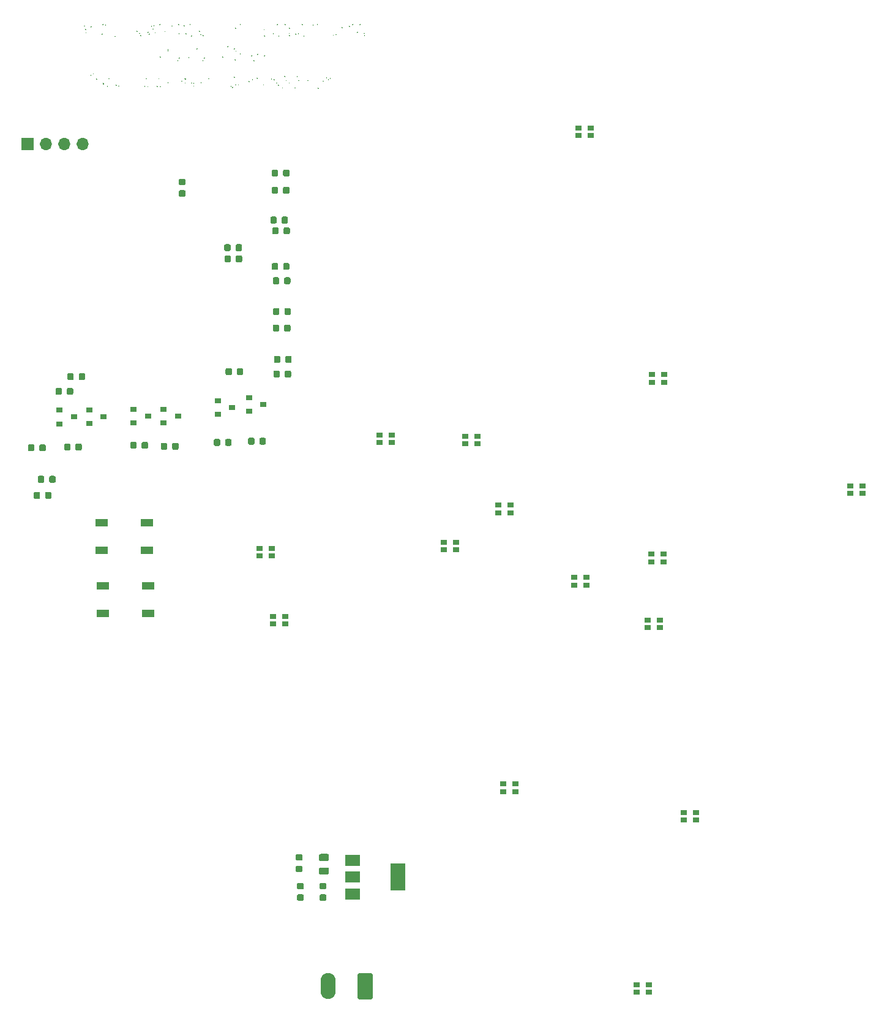
<source format=gtl>
G04 #@! TF.GenerationSoftware,KiCad,Pcbnew,(5.1.5-0-10_14)*
G04 #@! TF.CreationDate,2019-12-22T16:06:01+01:00*
G04 #@! TF.ProjectId,hackerspacesnl,6861636b-6572-4737-9061-6365736e6c2e,rev?*
G04 #@! TF.SameCoordinates,Original*
G04 #@! TF.FileFunction,Copper,L1,Top*
G04 #@! TF.FilePolarity,Positive*
%FSLAX46Y46*%
G04 Gerber Fmt 4.6, Leading zero omitted, Abs format (unit mm)*
G04 Created by KiCad (PCBNEW (5.1.5-0-10_14)) date 2019-12-22 16:06:01*
%MOMM*%
%LPD*%
G04 APERTURE LIST*
%ADD10C,0.010000*%
%ADD11R,0.900000X0.800000*%
%ADD12C,0.100000*%
%ADD13O,2.080000X3.600000*%
%ADD14R,2.000000X1.500000*%
%ADD15R,2.000000X3.800000*%
%ADD16R,1.700000X1.000000*%
%ADD17O,1.700000X1.700000*%
%ADD18R,1.700000X1.700000*%
%ADD19C,0.250000*%
G04 APERTURE END LIST*
D10*
G36*
X81495900Y-40030400D02*
G01*
X81470500Y-40055800D01*
X81445100Y-40030400D01*
X81470500Y-40005000D01*
X81495900Y-40030400D01*
G37*
X81495900Y-40030400D02*
X81470500Y-40055800D01*
X81445100Y-40030400D01*
X81470500Y-40005000D01*
X81495900Y-40030400D01*
G36*
X80479900Y-40030400D02*
G01*
X80454500Y-40055800D01*
X80429100Y-40030400D01*
X80454500Y-40005000D01*
X80479900Y-40030400D01*
G37*
X80479900Y-40030400D02*
X80454500Y-40055800D01*
X80429100Y-40030400D01*
X80454500Y-40005000D01*
X80479900Y-40030400D01*
G36*
X75603100Y-40030400D02*
G01*
X75577700Y-40055800D01*
X75552300Y-40030400D01*
X75577700Y-40005000D01*
X75603100Y-40030400D01*
G37*
X75603100Y-40030400D02*
X75577700Y-40055800D01*
X75552300Y-40030400D01*
X75577700Y-40005000D01*
X75603100Y-40030400D01*
G36*
X73520300Y-40030400D02*
G01*
X73494900Y-40055800D01*
X73469500Y-40030400D01*
X73494900Y-40005000D01*
X73520300Y-40030400D01*
G37*
X73520300Y-40030400D02*
X73494900Y-40055800D01*
X73469500Y-40030400D01*
X73494900Y-40005000D01*
X73520300Y-40030400D01*
G36*
X71132700Y-40030400D02*
G01*
X71107300Y-40055800D01*
X71081900Y-40030400D01*
X71107300Y-40005000D01*
X71132700Y-40030400D01*
G37*
X71132700Y-40030400D02*
X71107300Y-40055800D01*
X71081900Y-40030400D01*
X71107300Y-40005000D01*
X71132700Y-40030400D01*
G36*
X70065900Y-40030400D02*
G01*
X70040500Y-40055800D01*
X70015100Y-40030400D01*
X70040500Y-40005000D01*
X70065900Y-40030400D01*
G37*
X70065900Y-40030400D02*
X70040500Y-40055800D01*
X70015100Y-40030400D01*
X70040500Y-40005000D01*
X70065900Y-40030400D01*
G36*
X64935100Y-40030400D02*
G01*
X64909700Y-40055800D01*
X64884300Y-40030400D01*
X64909700Y-40005000D01*
X64935100Y-40030400D01*
G37*
X64935100Y-40030400D02*
X64909700Y-40055800D01*
X64884300Y-40030400D01*
X64909700Y-40005000D01*
X64935100Y-40030400D01*
G36*
X57975500Y-40030400D02*
G01*
X57950100Y-40055800D01*
X57924700Y-40030400D01*
X57950100Y-40005000D01*
X57975500Y-40030400D01*
G37*
X57975500Y-40030400D02*
X57950100Y-40055800D01*
X57924700Y-40030400D01*
X57950100Y-40005000D01*
X57975500Y-40030400D01*
G36*
X56400700Y-40030400D02*
G01*
X56375300Y-40055800D01*
X56349900Y-40030400D01*
X56375300Y-40005000D01*
X56400700Y-40030400D01*
G37*
X56400700Y-40030400D02*
X56375300Y-40055800D01*
X56349900Y-40030400D01*
X56375300Y-40005000D01*
X56400700Y-40030400D01*
G36*
X53809900Y-40030400D02*
G01*
X53784500Y-40055800D01*
X53759100Y-40030400D01*
X53784500Y-40005000D01*
X53809900Y-40030400D01*
G37*
X53809900Y-40030400D02*
X53784500Y-40055800D01*
X53759100Y-40030400D01*
X53784500Y-40005000D01*
X53809900Y-40030400D01*
G36*
X45935900Y-40030400D02*
G01*
X45910500Y-40055800D01*
X45885100Y-40030400D01*
X45910500Y-40005000D01*
X45935900Y-40030400D01*
G37*
X45935900Y-40030400D02*
X45910500Y-40055800D01*
X45885100Y-40030400D01*
X45910500Y-40005000D01*
X45935900Y-40030400D01*
G36*
X74993500Y-40081200D02*
G01*
X74968100Y-40106600D01*
X74942700Y-40081200D01*
X74968100Y-40055800D01*
X74993500Y-40081200D01*
G37*
X74993500Y-40081200D02*
X74968100Y-40106600D01*
X74942700Y-40081200D01*
X74968100Y-40055800D01*
X74993500Y-40081200D01*
G36*
X46291500Y-40081200D02*
G01*
X46266100Y-40106600D01*
X46240700Y-40081200D01*
X46266100Y-40055800D01*
X46291500Y-40081200D01*
G37*
X46291500Y-40081200D02*
X46266100Y-40106600D01*
X46240700Y-40081200D01*
X46266100Y-40055800D01*
X46291500Y-40081200D01*
G36*
X57162700Y-40182800D02*
G01*
X57137300Y-40208200D01*
X57111900Y-40182800D01*
X57137300Y-40157400D01*
X57162700Y-40182800D01*
G37*
X57162700Y-40182800D02*
X57137300Y-40208200D01*
X57111900Y-40182800D01*
X57137300Y-40157400D01*
X57162700Y-40182800D01*
G36*
X52997100Y-40182800D02*
G01*
X52971700Y-40208200D01*
X52946300Y-40182800D01*
X52971700Y-40157400D01*
X52997100Y-40182800D01*
G37*
X52997100Y-40182800D02*
X52971700Y-40208200D01*
X52946300Y-40182800D01*
X52971700Y-40157400D01*
X52997100Y-40182800D01*
G36*
X55486300Y-40233600D02*
G01*
X55460900Y-40259000D01*
X55435500Y-40233600D01*
X55460900Y-40208200D01*
X55486300Y-40233600D01*
G37*
X55486300Y-40233600D02*
X55460900Y-40259000D01*
X55435500Y-40233600D01*
X55460900Y-40208200D01*
X55486300Y-40233600D01*
G36*
X43395900Y-40233600D02*
G01*
X43370500Y-40259000D01*
X43345100Y-40233600D01*
X43370500Y-40208200D01*
X43395900Y-40233600D01*
G37*
X43395900Y-40233600D02*
X43370500Y-40259000D01*
X43345100Y-40233600D01*
X43370500Y-40208200D01*
X43395900Y-40233600D01*
G36*
X80022700Y-40284400D02*
G01*
X79997300Y-40309800D01*
X79971900Y-40284400D01*
X79997300Y-40259000D01*
X80022700Y-40284400D01*
G37*
X80022700Y-40284400D02*
X79997300Y-40309800D01*
X79971900Y-40284400D01*
X79997300Y-40259000D01*
X80022700Y-40284400D01*
G36*
X52641500Y-40284400D02*
G01*
X52616100Y-40309800D01*
X52590700Y-40284400D01*
X52616100Y-40259000D01*
X52641500Y-40284400D01*
G37*
X52641500Y-40284400D02*
X52616100Y-40309800D01*
X52590700Y-40284400D01*
X52616100Y-40259000D01*
X52641500Y-40284400D01*
G36*
X44310300Y-40335200D02*
G01*
X44284900Y-40360600D01*
X44259500Y-40335200D01*
X44284900Y-40309800D01*
X44310300Y-40335200D01*
G37*
X44310300Y-40335200D02*
X44284900Y-40360600D01*
X44259500Y-40335200D01*
X44284900Y-40309800D01*
X44310300Y-40335200D01*
G36*
X79006700Y-40436800D02*
G01*
X78981300Y-40462200D01*
X78955900Y-40436800D01*
X78981300Y-40411400D01*
X79006700Y-40436800D01*
G37*
X79006700Y-40436800D02*
X78981300Y-40462200D01*
X78955900Y-40436800D01*
X78981300Y-40411400D01*
X79006700Y-40436800D01*
G36*
X71742300Y-40538400D02*
G01*
X71716900Y-40563800D01*
X71691500Y-40538400D01*
X71716900Y-40513000D01*
X71742300Y-40538400D01*
G37*
X71742300Y-40538400D02*
X71716900Y-40563800D01*
X71691500Y-40538400D01*
X71716900Y-40513000D01*
X71742300Y-40538400D01*
G36*
X64274700Y-40538400D02*
G01*
X64249300Y-40563800D01*
X64223900Y-40538400D01*
X64249300Y-40513000D01*
X64274700Y-40538400D01*
G37*
X64274700Y-40538400D02*
X64249300Y-40563800D01*
X64223900Y-40538400D01*
X64249300Y-40513000D01*
X64274700Y-40538400D01*
G36*
X52844700Y-40640000D02*
G01*
X52819300Y-40665400D01*
X52793900Y-40640000D01*
X52819300Y-40614600D01*
X52844700Y-40640000D01*
G37*
X52844700Y-40640000D02*
X52819300Y-40665400D01*
X52793900Y-40640000D01*
X52819300Y-40614600D01*
X52844700Y-40640000D01*
G36*
X43548300Y-40690800D02*
G01*
X43522900Y-40716200D01*
X43497500Y-40690800D01*
X43522900Y-40665400D01*
X43548300Y-40690800D01*
G37*
X43548300Y-40690800D02*
X43522900Y-40716200D01*
X43497500Y-40690800D01*
X43522900Y-40665400D01*
X43548300Y-40690800D01*
G36*
X68237100Y-40741600D02*
G01*
X68211700Y-40767000D01*
X68186300Y-40741600D01*
X68211700Y-40716200D01*
X68237100Y-40741600D01*
G37*
X68237100Y-40741600D02*
X68211700Y-40767000D01*
X68186300Y-40741600D01*
X68211700Y-40716200D01*
X68237100Y-40741600D01*
G36*
X59296300Y-40944800D02*
G01*
X59270900Y-40970200D01*
X59245500Y-40944800D01*
X59270900Y-40919400D01*
X59296300Y-40944800D01*
G37*
X59296300Y-40944800D02*
X59270900Y-40970200D01*
X59245500Y-40944800D01*
X59270900Y-40919400D01*
X59296300Y-40944800D01*
G36*
X50660300Y-40944800D02*
G01*
X50634900Y-40970200D01*
X50609500Y-40944800D01*
X50634900Y-40919400D01*
X50660300Y-40944800D01*
G37*
X50660300Y-40944800D02*
X50634900Y-40970200D01*
X50609500Y-40944800D01*
X50634900Y-40919400D01*
X50660300Y-40944800D01*
G36*
X54521100Y-40995600D02*
G01*
X54495700Y-41021000D01*
X54470300Y-40995600D01*
X54495700Y-40970200D01*
X54521100Y-40995600D01*
G37*
X54521100Y-40995600D02*
X54495700Y-41021000D01*
X54470300Y-40995600D01*
X54495700Y-40970200D01*
X54521100Y-40995600D01*
G36*
X81140300Y-41097200D02*
G01*
X81114900Y-41122600D01*
X81089500Y-41097200D01*
X81114900Y-41071800D01*
X81140300Y-41097200D01*
G37*
X81140300Y-41097200D02*
X81114900Y-41122600D01*
X81089500Y-41097200D01*
X81114900Y-41071800D01*
X81140300Y-41097200D01*
G36*
X52184300Y-41097200D02*
G01*
X52158900Y-41122600D01*
X52133500Y-41097200D01*
X52158900Y-41071800D01*
X52184300Y-41097200D01*
G37*
X52184300Y-41097200D02*
X52158900Y-41122600D01*
X52133500Y-41097200D01*
X52158900Y-41071800D01*
X52184300Y-41097200D01*
G36*
X53149500Y-41148000D02*
G01*
X53124100Y-41173400D01*
X53098700Y-41148000D01*
X53124100Y-41122600D01*
X53149500Y-41148000D01*
G37*
X53149500Y-41148000D02*
X53124100Y-41173400D01*
X53098700Y-41148000D01*
X53124100Y-41122600D01*
X53149500Y-41148000D01*
G36*
X43599100Y-41148000D02*
G01*
X43573700Y-41173400D01*
X43548300Y-41148000D01*
X43573700Y-41122600D01*
X43599100Y-41148000D01*
G37*
X43599100Y-41148000D02*
X43573700Y-41173400D01*
X43548300Y-41148000D01*
X43573700Y-41122600D01*
X43599100Y-41148000D01*
G36*
X82054700Y-41249600D02*
G01*
X82029300Y-41275000D01*
X82003900Y-41249600D01*
X82029300Y-41224200D01*
X82054700Y-41249600D01*
G37*
X82054700Y-41249600D02*
X82029300Y-41275000D01*
X82003900Y-41249600D01*
X82029300Y-41224200D01*
X82054700Y-41249600D01*
G36*
X71691500Y-41249600D02*
G01*
X71666100Y-41275000D01*
X71640700Y-41249600D01*
X71666100Y-41224200D01*
X71691500Y-41249600D01*
G37*
X71691500Y-41249600D02*
X71666100Y-41275000D01*
X71640700Y-41249600D01*
X71666100Y-41224200D01*
X71691500Y-41249600D01*
G36*
X51015900Y-41249600D02*
G01*
X50990500Y-41275000D01*
X50965100Y-41249600D01*
X50990500Y-41224200D01*
X51015900Y-41249600D01*
G37*
X51015900Y-41249600D02*
X50990500Y-41275000D01*
X50965100Y-41249600D01*
X50990500Y-41224200D01*
X51015900Y-41249600D01*
G36*
X72961500Y-41300400D02*
G01*
X72936100Y-41325800D01*
X72910700Y-41300400D01*
X72936100Y-41275000D01*
X72961500Y-41300400D01*
G37*
X72961500Y-41300400D02*
X72936100Y-41325800D01*
X72910700Y-41300400D01*
X72936100Y-41275000D01*
X72961500Y-41300400D01*
G36*
X69507100Y-41300400D02*
G01*
X69481700Y-41325800D01*
X69456300Y-41300400D01*
X69481700Y-41275000D01*
X69507100Y-41300400D01*
G37*
X69507100Y-41300400D02*
X69481700Y-41325800D01*
X69456300Y-41300400D01*
X69481700Y-41275000D01*
X69507100Y-41300400D01*
G36*
X57358050Y-41244749D02*
G01*
X57412587Y-41295899D01*
X57401399Y-41325305D01*
X57394298Y-41325800D01*
X57351330Y-41289717D01*
X57335649Y-41267150D01*
X57329661Y-41232388D01*
X57358050Y-41244749D01*
G37*
X57358050Y-41244749D02*
X57412587Y-41295899D01*
X57401399Y-41325305D01*
X57394298Y-41325800D01*
X57351330Y-41289717D01*
X57335649Y-41267150D01*
X57329661Y-41232388D01*
X57358050Y-41244749D01*
G36*
X56451500Y-41300400D02*
G01*
X56426100Y-41325800D01*
X56400700Y-41300400D01*
X56426100Y-41275000D01*
X56451500Y-41300400D01*
G37*
X56451500Y-41300400D02*
X56426100Y-41325800D01*
X56400700Y-41300400D01*
X56426100Y-41275000D01*
X56451500Y-41300400D01*
G36*
X72605900Y-41351200D02*
G01*
X72580500Y-41376600D01*
X72555100Y-41351200D01*
X72580500Y-41325800D01*
X72605900Y-41351200D01*
G37*
X72605900Y-41351200D02*
X72580500Y-41376600D01*
X72555100Y-41351200D01*
X72580500Y-41325800D01*
X72605900Y-41351200D01*
G36*
X52336700Y-41351200D02*
G01*
X52311300Y-41376600D01*
X52285900Y-41351200D01*
X52311300Y-41325800D01*
X52336700Y-41351200D01*
G37*
X52336700Y-41351200D02*
X52311300Y-41376600D01*
X52285900Y-41351200D01*
X52311300Y-41325800D01*
X52336700Y-41351200D01*
G36*
X45834300Y-41351200D02*
G01*
X45808900Y-41376600D01*
X45783500Y-41351200D01*
X45808900Y-41325800D01*
X45834300Y-41351200D01*
G37*
X45834300Y-41351200D02*
X45808900Y-41376600D01*
X45783500Y-41351200D01*
X45808900Y-41325800D01*
X45834300Y-41351200D01*
G36*
X78193900Y-41402000D02*
G01*
X78168500Y-41427400D01*
X78143100Y-41402000D01*
X78168500Y-41376600D01*
X78193900Y-41402000D01*
G37*
X78193900Y-41402000D02*
X78168500Y-41427400D01*
X78143100Y-41402000D01*
X78168500Y-41376600D01*
X78193900Y-41402000D01*
G36*
X59448700Y-41402000D02*
G01*
X59423300Y-41427400D01*
X59397900Y-41402000D01*
X59423300Y-41376600D01*
X59448700Y-41402000D01*
G37*
X59448700Y-41402000D02*
X59423300Y-41427400D01*
X59397900Y-41402000D01*
X59423300Y-41376600D01*
X59448700Y-41402000D01*
G36*
X77787500Y-41503600D02*
G01*
X77762100Y-41529000D01*
X77736700Y-41503600D01*
X77762100Y-41478200D01*
X77787500Y-41503600D01*
G37*
X77787500Y-41503600D02*
X77762100Y-41529000D01*
X77736700Y-41503600D01*
X77762100Y-41478200D01*
X77787500Y-41503600D01*
G36*
X82105500Y-41554400D02*
G01*
X82080100Y-41579800D01*
X82054700Y-41554400D01*
X82080100Y-41529000D01*
X82105500Y-41554400D01*
G37*
X82105500Y-41554400D02*
X82080100Y-41579800D01*
X82054700Y-41554400D01*
X82080100Y-41529000D01*
X82105500Y-41554400D01*
G36*
X71742300Y-41554400D02*
G01*
X71716900Y-41579800D01*
X71691500Y-41554400D01*
X71716900Y-41529000D01*
X71742300Y-41554400D01*
G37*
X71742300Y-41554400D02*
X71716900Y-41579800D01*
X71691500Y-41554400D01*
X71716900Y-41529000D01*
X71742300Y-41554400D01*
G36*
X59804300Y-41554400D02*
G01*
X59778900Y-41579800D01*
X59753500Y-41554400D01*
X59778900Y-41529000D01*
X59804300Y-41554400D01*
G37*
X59804300Y-41554400D02*
X59778900Y-41579800D01*
X59753500Y-41554400D01*
X59778900Y-41529000D01*
X59804300Y-41554400D01*
G36*
X51168300Y-41554400D02*
G01*
X51142900Y-41579800D01*
X51117500Y-41554400D01*
X51142900Y-41529000D01*
X51168300Y-41554400D01*
G37*
X51168300Y-41554400D02*
X51142900Y-41579800D01*
X51117500Y-41554400D01*
X51142900Y-41529000D01*
X51168300Y-41554400D01*
G36*
X73723500Y-41605200D02*
G01*
X73698100Y-41630600D01*
X73672700Y-41605200D01*
X73698100Y-41579800D01*
X73723500Y-41605200D01*
G37*
X73723500Y-41605200D02*
X73698100Y-41630600D01*
X73672700Y-41605200D01*
X73698100Y-41579800D01*
X73723500Y-41605200D01*
G36*
X70269100Y-41605200D02*
G01*
X70243700Y-41630600D01*
X70218300Y-41605200D01*
X70243700Y-41579800D01*
X70269100Y-41605200D01*
G37*
X70269100Y-41605200D02*
X70243700Y-41630600D01*
X70218300Y-41605200D01*
X70243700Y-41579800D01*
X70269100Y-41605200D01*
G36*
X68287900Y-41605200D02*
G01*
X68262500Y-41630600D01*
X68237100Y-41605200D01*
X68262500Y-41579800D01*
X68287900Y-41605200D01*
G37*
X68287900Y-41605200D02*
X68262500Y-41630600D01*
X68237100Y-41605200D01*
X68262500Y-41579800D01*
X68287900Y-41605200D01*
G36*
X58178700Y-41605200D02*
G01*
X58153300Y-41630600D01*
X58127900Y-41605200D01*
X58153300Y-41579800D01*
X58178700Y-41605200D01*
G37*
X58178700Y-41605200D02*
X58153300Y-41630600D01*
X58127900Y-41605200D01*
X58153300Y-41579800D01*
X58178700Y-41605200D01*
G36*
X47612300Y-41656000D02*
G01*
X47586900Y-41681400D01*
X47561500Y-41656000D01*
X47586900Y-41630600D01*
X47612300Y-41656000D01*
G37*
X47612300Y-41656000D02*
X47586900Y-41681400D01*
X47561500Y-41656000D01*
X47586900Y-41630600D01*
X47612300Y-41656000D01*
G36*
X63207900Y-43078400D02*
G01*
X63182500Y-43103800D01*
X63157100Y-43078400D01*
X63182500Y-43053000D01*
X63207900Y-43078400D01*
G37*
X63207900Y-43078400D02*
X63182500Y-43103800D01*
X63157100Y-43078400D01*
X63182500Y-43053000D01*
X63207900Y-43078400D01*
G36*
X64122300Y-43383200D02*
G01*
X64096900Y-43408600D01*
X64071500Y-43383200D01*
X64096900Y-43357800D01*
X64122300Y-43383200D01*
G37*
X64122300Y-43383200D02*
X64096900Y-43408600D01*
X64071500Y-43383200D01*
X64096900Y-43357800D01*
X64122300Y-43383200D01*
G36*
X58940700Y-43383200D02*
G01*
X58915300Y-43408600D01*
X58889900Y-43383200D01*
X58915300Y-43357800D01*
X58940700Y-43383200D01*
G37*
X58940700Y-43383200D02*
X58915300Y-43408600D01*
X58889900Y-43383200D01*
X58915300Y-43357800D01*
X58940700Y-43383200D01*
G36*
X54927500Y-43484800D02*
G01*
X54902100Y-43510200D01*
X54876700Y-43484800D01*
X54902100Y-43459400D01*
X54927500Y-43484800D01*
G37*
X54927500Y-43484800D02*
X54902100Y-43510200D01*
X54876700Y-43484800D01*
X54902100Y-43459400D01*
X54927500Y-43484800D01*
G36*
X54927500Y-43637200D02*
G01*
X54902100Y-43662600D01*
X54876700Y-43637200D01*
X54902100Y-43611800D01*
X54927500Y-43637200D01*
G37*
X54927500Y-43637200D02*
X54902100Y-43662600D01*
X54876700Y-43637200D01*
X54902100Y-43611800D01*
X54927500Y-43637200D01*
G36*
X64325500Y-43688000D02*
G01*
X64300100Y-43713400D01*
X64274700Y-43688000D01*
X64300100Y-43662600D01*
X64325500Y-43688000D01*
G37*
X64325500Y-43688000D02*
X64300100Y-43713400D01*
X64274700Y-43688000D01*
X64300100Y-43662600D01*
X64325500Y-43688000D01*
G36*
X64935100Y-44094400D02*
G01*
X64909700Y-44119800D01*
X64884300Y-44094400D01*
X64909700Y-44069000D01*
X64935100Y-44094400D01*
G37*
X64935100Y-44094400D02*
X64909700Y-44119800D01*
X64884300Y-44094400D01*
X64909700Y-44069000D01*
X64935100Y-44094400D01*
G36*
X67322700Y-44145200D02*
G01*
X67297300Y-44170600D01*
X67271900Y-44145200D01*
X67297300Y-44119800D01*
X67322700Y-44145200D01*
G37*
X67322700Y-44145200D02*
X67297300Y-44170600D01*
X67271900Y-44145200D01*
X67297300Y-44119800D01*
X67322700Y-44145200D01*
G36*
X68287900Y-44348400D02*
G01*
X68262500Y-44373800D01*
X68237100Y-44348400D01*
X68262500Y-44323000D01*
X68287900Y-44348400D01*
G37*
X68287900Y-44348400D02*
X68262500Y-44373800D01*
X68237100Y-44348400D01*
X68262500Y-44323000D01*
X68287900Y-44348400D01*
G36*
X66509900Y-44348400D02*
G01*
X66484500Y-44373800D01*
X66459100Y-44348400D01*
X66484500Y-44323000D01*
X66509900Y-44348400D01*
G37*
X66509900Y-44348400D02*
X66484500Y-44373800D01*
X66459100Y-44348400D01*
X66484500Y-44323000D01*
X66509900Y-44348400D01*
G36*
X62496700Y-44500800D02*
G01*
X62471300Y-44526200D01*
X62445900Y-44500800D01*
X62471300Y-44475400D01*
X62496700Y-44500800D01*
G37*
X62496700Y-44500800D02*
X62471300Y-44526200D01*
X62445900Y-44500800D01*
X62471300Y-44475400D01*
X62496700Y-44500800D01*
G36*
X53860700Y-44500800D02*
G01*
X53835300Y-44526200D01*
X53809900Y-44500800D01*
X53835300Y-44475400D01*
X53860700Y-44500800D01*
G37*
X53860700Y-44500800D02*
X53835300Y-44526200D01*
X53809900Y-44500800D01*
X53835300Y-44475400D01*
X53860700Y-44500800D01*
G36*
X57823100Y-44602400D02*
G01*
X57797700Y-44627800D01*
X57772300Y-44602400D01*
X57797700Y-44577000D01*
X57823100Y-44602400D01*
G37*
X57823100Y-44602400D02*
X57797700Y-44627800D01*
X57772300Y-44602400D01*
X57797700Y-44577000D01*
X57823100Y-44602400D01*
G36*
X59956700Y-44653200D02*
G01*
X59931300Y-44678600D01*
X59905900Y-44653200D01*
X59931300Y-44627800D01*
X59956700Y-44653200D01*
G37*
X59956700Y-44653200D02*
X59931300Y-44678600D01*
X59905900Y-44653200D01*
X59931300Y-44627800D01*
X59956700Y-44653200D01*
G36*
X56502300Y-44653200D02*
G01*
X56476900Y-44678600D01*
X56451500Y-44653200D01*
X56476900Y-44627800D01*
X56502300Y-44653200D01*
G37*
X56502300Y-44653200D02*
X56476900Y-44678600D01*
X56451500Y-44653200D01*
X56476900Y-44627800D01*
X56502300Y-44653200D01*
G36*
X64223900Y-44907200D02*
G01*
X64198500Y-44932600D01*
X64173100Y-44907200D01*
X64198500Y-44881800D01*
X64223900Y-44907200D01*
G37*
X64223900Y-44907200D02*
X64198500Y-44932600D01*
X64173100Y-44907200D01*
X64198500Y-44881800D01*
X64223900Y-44907200D01*
G36*
X66814700Y-45008800D02*
G01*
X66789300Y-45034200D01*
X66763900Y-45008800D01*
X66789300Y-44983400D01*
X66814700Y-45008800D01*
G37*
X66814700Y-45008800D02*
X66789300Y-45034200D01*
X66763900Y-45008800D01*
X66789300Y-44983400D01*
X66814700Y-45008800D01*
G36*
X59753500Y-45008800D02*
G01*
X59728100Y-45034200D01*
X59702700Y-45008800D01*
X59728100Y-44983400D01*
X59753500Y-45008800D01*
G37*
X59753500Y-45008800D02*
X59728100Y-45034200D01*
X59702700Y-45008800D01*
X59728100Y-44983400D01*
X59753500Y-45008800D01*
G36*
X56299100Y-45008800D02*
G01*
X56273700Y-45034200D01*
X56248300Y-45008800D01*
X56273700Y-44983400D01*
X56299100Y-45008800D01*
G37*
X56299100Y-45008800D02*
X56273700Y-45034200D01*
X56248300Y-45008800D01*
X56273700Y-44983400D01*
X56299100Y-45008800D01*
G36*
X44615100Y-46837600D02*
G01*
X44589700Y-46863000D01*
X44564300Y-46837600D01*
X44589700Y-46812200D01*
X44615100Y-46837600D01*
G37*
X44615100Y-46837600D02*
X44589700Y-46863000D01*
X44564300Y-46837600D01*
X44589700Y-46812200D01*
X44615100Y-46837600D01*
G36*
X44259500Y-47040800D02*
G01*
X44234100Y-47066200D01*
X44208700Y-47040800D01*
X44234100Y-47015400D01*
X44259500Y-47040800D01*
G37*
X44259500Y-47040800D02*
X44234100Y-47066200D01*
X44208700Y-47040800D01*
X44234100Y-47015400D01*
X44259500Y-47040800D01*
G36*
X72809100Y-47193200D02*
G01*
X72783700Y-47218600D01*
X72758300Y-47193200D01*
X72783700Y-47167800D01*
X72809100Y-47193200D01*
G37*
X72809100Y-47193200D02*
X72783700Y-47218600D01*
X72758300Y-47193200D01*
X72783700Y-47167800D01*
X72809100Y-47193200D01*
G36*
X71081900Y-47193200D02*
G01*
X71056500Y-47218600D01*
X71031100Y-47193200D01*
X71056500Y-47167800D01*
X71081900Y-47193200D01*
G37*
X71081900Y-47193200D02*
X71056500Y-47218600D01*
X71031100Y-47193200D01*
X71056500Y-47167800D01*
X71081900Y-47193200D01*
G36*
X64122300Y-47294800D02*
G01*
X64096900Y-47320200D01*
X64071500Y-47294800D01*
X64096900Y-47269400D01*
X64122300Y-47294800D01*
G37*
X64122300Y-47294800D02*
X64096900Y-47320200D01*
X64071500Y-47294800D01*
X64096900Y-47269400D01*
X64122300Y-47294800D01*
G36*
X76873100Y-47396400D02*
G01*
X76847700Y-47421800D01*
X76822300Y-47396400D01*
X76847700Y-47371000D01*
X76873100Y-47396400D01*
G37*
X76873100Y-47396400D02*
X76847700Y-47421800D01*
X76822300Y-47396400D01*
X76847700Y-47371000D01*
X76873100Y-47396400D01*
G36*
X77381100Y-47447200D02*
G01*
X77355700Y-47472600D01*
X77330300Y-47447200D01*
X77355700Y-47421800D01*
X77381100Y-47447200D01*
G37*
X77381100Y-47447200D02*
X77355700Y-47472600D01*
X77330300Y-47447200D01*
X77355700Y-47421800D01*
X77381100Y-47447200D01*
G36*
X67271900Y-47447200D02*
G01*
X67246500Y-47472600D01*
X67221100Y-47447200D01*
X67246500Y-47421800D01*
X67271900Y-47447200D01*
G37*
X67271900Y-47447200D02*
X67246500Y-47472600D01*
X67221100Y-47447200D01*
X67246500Y-47421800D01*
X67271900Y-47447200D01*
G36*
X60566300Y-47498000D02*
G01*
X60540900Y-47523400D01*
X60515500Y-47498000D01*
X60540900Y-47472600D01*
X60566300Y-47498000D01*
G37*
X60566300Y-47498000D02*
X60540900Y-47523400D01*
X60515500Y-47498000D01*
X60540900Y-47472600D01*
X60566300Y-47498000D01*
G36*
X57264300Y-47498000D02*
G01*
X57238900Y-47523400D01*
X57213500Y-47498000D01*
X57238900Y-47472600D01*
X57264300Y-47498000D01*
G37*
X57264300Y-47498000D02*
X57238900Y-47523400D01*
X57213500Y-47498000D01*
X57238900Y-47472600D01*
X57264300Y-47498000D01*
G36*
X53657500Y-47498000D02*
G01*
X53632100Y-47523400D01*
X53606700Y-47498000D01*
X53632100Y-47472600D01*
X53657500Y-47498000D01*
G37*
X53657500Y-47498000D02*
X53632100Y-47523400D01*
X53606700Y-47498000D01*
X53632100Y-47472600D01*
X53657500Y-47498000D01*
G36*
X51930300Y-47498000D02*
G01*
X51904900Y-47523400D01*
X51879500Y-47498000D01*
X51904900Y-47472600D01*
X51930300Y-47498000D01*
G37*
X51930300Y-47498000D02*
X51904900Y-47523400D01*
X51879500Y-47498000D01*
X51904900Y-47472600D01*
X51930300Y-47498000D01*
G36*
X46748700Y-47498000D02*
G01*
X46723300Y-47523400D01*
X46697900Y-47498000D01*
X46723300Y-47472600D01*
X46748700Y-47498000D01*
G37*
X46748700Y-47498000D02*
X46723300Y-47523400D01*
X46697900Y-47498000D01*
X46723300Y-47472600D01*
X46748700Y-47498000D01*
G36*
X45021500Y-47498000D02*
G01*
X44996100Y-47523400D01*
X44970700Y-47498000D01*
X44996100Y-47472600D01*
X45021500Y-47498000D01*
G37*
X45021500Y-47498000D02*
X44996100Y-47523400D01*
X44970700Y-47498000D01*
X44996100Y-47472600D01*
X45021500Y-47498000D01*
G36*
X69253100Y-47548800D02*
G01*
X69227700Y-47574200D01*
X69202300Y-47548800D01*
X69227700Y-47523400D01*
X69253100Y-47548800D01*
G37*
X69253100Y-47548800D02*
X69227700Y-47574200D01*
X69202300Y-47548800D01*
X69227700Y-47523400D01*
X69253100Y-47548800D01*
G36*
X57365900Y-47548800D02*
G01*
X57340500Y-47574200D01*
X57315100Y-47548800D01*
X57340500Y-47523400D01*
X57365900Y-47548800D01*
G37*
X57365900Y-47548800D02*
X57340500Y-47574200D01*
X57315100Y-47548800D01*
X57340500Y-47523400D01*
X57365900Y-47548800D01*
G36*
X45072300Y-47599600D02*
G01*
X45046900Y-47625000D01*
X45021500Y-47599600D01*
X45046900Y-47574200D01*
X45072300Y-47599600D01*
G37*
X45072300Y-47599600D02*
X45046900Y-47625000D01*
X45021500Y-47599600D01*
X45046900Y-47574200D01*
X45072300Y-47599600D01*
G36*
X77127100Y-47650400D02*
G01*
X77101700Y-47675800D01*
X77076300Y-47650400D01*
X77101700Y-47625000D01*
X77127100Y-47650400D01*
G37*
X77127100Y-47650400D02*
X77101700Y-47675800D01*
X77076300Y-47650400D01*
X77101700Y-47625000D01*
X77127100Y-47650400D01*
G36*
X69608700Y-47650400D02*
G01*
X69583300Y-47675800D01*
X69557900Y-47650400D01*
X69583300Y-47625000D01*
X69608700Y-47650400D01*
G37*
X69608700Y-47650400D02*
X69583300Y-47675800D01*
X69557900Y-47650400D01*
X69583300Y-47625000D01*
X69608700Y-47650400D01*
G36*
X66611500Y-47650400D02*
G01*
X66586100Y-47675800D01*
X66560700Y-47650400D01*
X66586100Y-47625000D01*
X66611500Y-47650400D01*
G37*
X66611500Y-47650400D02*
X66586100Y-47675800D01*
X66560700Y-47650400D01*
X66586100Y-47625000D01*
X66611500Y-47650400D01*
G36*
X74282300Y-47752000D02*
G01*
X74256900Y-47777400D01*
X74231500Y-47752000D01*
X74256900Y-47726600D01*
X74282300Y-47752000D01*
G37*
X74282300Y-47752000D02*
X74256900Y-47777400D01*
X74231500Y-47752000D01*
X74256900Y-47726600D01*
X74282300Y-47752000D01*
G36*
X73012300Y-47752000D02*
G01*
X72986900Y-47777400D01*
X72961500Y-47752000D01*
X72986900Y-47726600D01*
X73012300Y-47752000D01*
G37*
X73012300Y-47752000D02*
X72986900Y-47777400D01*
X72961500Y-47752000D01*
X72986900Y-47726600D01*
X73012300Y-47752000D01*
G36*
X71285100Y-47752000D02*
G01*
X71259700Y-47777400D01*
X71234300Y-47752000D01*
X71259700Y-47726600D01*
X71285100Y-47752000D01*
G37*
X71285100Y-47752000D02*
X71259700Y-47777400D01*
X71234300Y-47752000D01*
X71259700Y-47726600D01*
X71285100Y-47752000D01*
G36*
X76415900Y-47853600D02*
G01*
X76390500Y-47879000D01*
X76365100Y-47853600D01*
X76390500Y-47828200D01*
X76415900Y-47853600D01*
G37*
X76415900Y-47853600D02*
X76390500Y-47879000D01*
X76365100Y-47853600D01*
X76390500Y-47828200D01*
X76415900Y-47853600D01*
G36*
X56857900Y-47853600D02*
G01*
X56832500Y-47879000D01*
X56807100Y-47853600D01*
X56832500Y-47828200D01*
X56857900Y-47853600D01*
G37*
X56857900Y-47853600D02*
X56832500Y-47879000D01*
X56807100Y-47853600D01*
X56832500Y-47828200D01*
X56857900Y-47853600D01*
G36*
X66154300Y-47904400D02*
G01*
X66128900Y-47929800D01*
X66103500Y-47904400D01*
X66128900Y-47879000D01*
X66154300Y-47904400D01*
G37*
X66154300Y-47904400D02*
X66128900Y-47929800D01*
X66103500Y-47904400D01*
X66128900Y-47879000D01*
X66154300Y-47904400D01*
G36*
X59499500Y-48056800D02*
G01*
X59474100Y-48082200D01*
X59448700Y-48056800D01*
X59474100Y-48031400D01*
X59499500Y-48056800D01*
G37*
X59499500Y-48056800D02*
X59474100Y-48082200D01*
X59448700Y-48056800D01*
X59474100Y-48031400D01*
X59499500Y-48056800D01*
G36*
X54927500Y-48056800D02*
G01*
X54902100Y-48082200D01*
X54876700Y-48056800D01*
X54902100Y-48031400D01*
X54927500Y-48056800D01*
G37*
X54927500Y-48056800D02*
X54902100Y-48082200D01*
X54876700Y-48056800D01*
X54902100Y-48031400D01*
X54927500Y-48056800D01*
G36*
X71691500Y-48107600D02*
G01*
X71666100Y-48133000D01*
X71640700Y-48107600D01*
X71666100Y-48082200D01*
X71691500Y-48107600D01*
G37*
X71691500Y-48107600D02*
X71666100Y-48133000D01*
X71640700Y-48107600D01*
X71666100Y-48082200D01*
X71691500Y-48107600D01*
G36*
X69964300Y-48107600D02*
G01*
X69938900Y-48133000D01*
X69913500Y-48107600D01*
X69938900Y-48082200D01*
X69964300Y-48107600D01*
G37*
X69964300Y-48107600D02*
X69938900Y-48133000D01*
X69913500Y-48107600D01*
X69938900Y-48082200D01*
X69964300Y-48107600D01*
G36*
X58178700Y-48107600D02*
G01*
X58153300Y-48133000D01*
X58127900Y-48107600D01*
X58153300Y-48082200D01*
X58178700Y-48107600D01*
G37*
X58178700Y-48107600D02*
X58153300Y-48133000D01*
X58127900Y-48107600D01*
X58153300Y-48082200D01*
X58178700Y-48107600D01*
G36*
X57315100Y-48107600D02*
G01*
X57289700Y-48133000D01*
X57264300Y-48107600D01*
X57289700Y-48082200D01*
X57315100Y-48107600D01*
G37*
X57315100Y-48107600D02*
X57289700Y-48133000D01*
X57264300Y-48107600D01*
X57289700Y-48082200D01*
X57315100Y-48107600D01*
G36*
X58483500Y-48158400D02*
G01*
X58458100Y-48183800D01*
X58432700Y-48158400D01*
X58458100Y-48133000D01*
X58483500Y-48158400D01*
G37*
X58483500Y-48158400D02*
X58458100Y-48183800D01*
X58432700Y-48158400D01*
X58458100Y-48133000D01*
X58483500Y-48158400D01*
G36*
X45986700Y-48158400D02*
G01*
X45961300Y-48183800D01*
X45935900Y-48158400D01*
X45961300Y-48133000D01*
X45986700Y-48158400D01*
G37*
X45986700Y-48158400D02*
X45961300Y-48183800D01*
X45935900Y-48158400D01*
X45961300Y-48133000D01*
X45986700Y-48158400D01*
G36*
X45986700Y-48260000D02*
G01*
X45961300Y-48285400D01*
X45935900Y-48260000D01*
X45961300Y-48234600D01*
X45986700Y-48260000D01*
G37*
X45986700Y-48260000D02*
X45961300Y-48285400D01*
X45935900Y-48260000D01*
X45961300Y-48234600D01*
X45986700Y-48260000D01*
G36*
X68135500Y-48361600D02*
G01*
X68110100Y-48387000D01*
X68084700Y-48361600D01*
X68110100Y-48336200D01*
X68135500Y-48361600D01*
G37*
X68135500Y-48361600D02*
X68110100Y-48387000D01*
X68084700Y-48361600D01*
X68110100Y-48336200D01*
X68135500Y-48361600D01*
G36*
X64681100Y-48361600D02*
G01*
X64655700Y-48387000D01*
X64630300Y-48361600D01*
X64655700Y-48336200D01*
X64681100Y-48361600D01*
G37*
X64681100Y-48361600D02*
X64655700Y-48387000D01*
X64630300Y-48361600D01*
X64655700Y-48336200D01*
X64681100Y-48361600D01*
G36*
X64274700Y-48361600D02*
G01*
X64249300Y-48387000D01*
X64223900Y-48361600D01*
X64249300Y-48336200D01*
X64274700Y-48361600D01*
G37*
X64274700Y-48361600D02*
X64249300Y-48387000D01*
X64223900Y-48361600D01*
X64249300Y-48336200D01*
X64274700Y-48361600D01*
G36*
X70218300Y-48412400D02*
G01*
X70192900Y-48437800D01*
X70167500Y-48412400D01*
X70192900Y-48387000D01*
X70218300Y-48412400D01*
G37*
X70218300Y-48412400D02*
X70192900Y-48437800D01*
X70167500Y-48412400D01*
X70192900Y-48387000D01*
X70218300Y-48412400D01*
G36*
X47764700Y-48412400D02*
G01*
X47739300Y-48437800D01*
X47713900Y-48412400D01*
X47739300Y-48387000D01*
X47764700Y-48412400D01*
G37*
X47764700Y-48412400D02*
X47739300Y-48437800D01*
X47713900Y-48412400D01*
X47739300Y-48387000D01*
X47764700Y-48412400D01*
G36*
X58483500Y-48514000D02*
G01*
X58458100Y-48539400D01*
X58432700Y-48514000D01*
X58458100Y-48488600D01*
X58483500Y-48514000D01*
G37*
X58483500Y-48514000D02*
X58458100Y-48539400D01*
X58432700Y-48514000D01*
X58458100Y-48488600D01*
X58483500Y-48514000D01*
G36*
X48120300Y-48514000D02*
G01*
X48094900Y-48539400D01*
X48069500Y-48514000D01*
X48094900Y-48488600D01*
X48120300Y-48514000D01*
G37*
X48120300Y-48514000D02*
X48094900Y-48539400D01*
X48069500Y-48514000D01*
X48094900Y-48488600D01*
X48120300Y-48514000D01*
G36*
X63665100Y-48564800D02*
G01*
X63639700Y-48590200D01*
X63614300Y-48564800D01*
X63639700Y-48539400D01*
X63665100Y-48564800D01*
G37*
X63665100Y-48564800D02*
X63639700Y-48590200D01*
X63614300Y-48564800D01*
X63639700Y-48539400D01*
X63665100Y-48564800D01*
G36*
X53454300Y-48564800D02*
G01*
X53428900Y-48590200D01*
X53403500Y-48564800D01*
X53428900Y-48539400D01*
X53454300Y-48564800D01*
G37*
X53454300Y-48564800D02*
X53428900Y-48590200D01*
X53403500Y-48564800D01*
X53428900Y-48539400D01*
X53454300Y-48564800D01*
G36*
X51727100Y-48564800D02*
G01*
X51701700Y-48590200D01*
X51676300Y-48564800D01*
X51701700Y-48539400D01*
X51727100Y-48564800D01*
G37*
X51727100Y-48564800D02*
X51701700Y-48590200D01*
X51676300Y-48564800D01*
X51701700Y-48539400D01*
X51727100Y-48564800D01*
G36*
X46545500Y-48564800D02*
G01*
X46520100Y-48590200D01*
X46494700Y-48564800D01*
X46520100Y-48539400D01*
X46545500Y-48564800D01*
G37*
X46545500Y-48564800D02*
X46520100Y-48590200D01*
X46494700Y-48564800D01*
X46520100Y-48539400D01*
X46545500Y-48564800D01*
G36*
X53860700Y-48615600D02*
G01*
X53835300Y-48641000D01*
X53809900Y-48615600D01*
X53835300Y-48590200D01*
X53860700Y-48615600D01*
G37*
X53860700Y-48615600D02*
X53835300Y-48641000D01*
X53809900Y-48615600D01*
X53835300Y-48590200D01*
X53860700Y-48615600D01*
G36*
X52133500Y-48615600D02*
G01*
X52108100Y-48641000D01*
X52082700Y-48615600D01*
X52108100Y-48590200D01*
X52133500Y-48615600D01*
G37*
X52133500Y-48615600D02*
X52108100Y-48641000D01*
X52082700Y-48615600D01*
X52108100Y-48590200D01*
X52133500Y-48615600D01*
G36*
X63868300Y-48717200D02*
G01*
X63842900Y-48742600D01*
X63817500Y-48717200D01*
X63842900Y-48691800D01*
X63868300Y-48717200D01*
G37*
X63868300Y-48717200D02*
X63842900Y-48742600D01*
X63817500Y-48717200D01*
X63842900Y-48691800D01*
X63868300Y-48717200D01*
G36*
X72504300Y-48768000D02*
G01*
X72478900Y-48793400D01*
X72453500Y-48768000D01*
X72478900Y-48742600D01*
X72504300Y-48768000D01*
G37*
X72504300Y-48768000D02*
X72478900Y-48793400D01*
X72453500Y-48768000D01*
X72478900Y-48742600D01*
X72504300Y-48768000D01*
G36*
X70777100Y-48768000D02*
G01*
X70751700Y-48793400D01*
X70726300Y-48768000D01*
X70751700Y-48742600D01*
X70777100Y-48768000D01*
G37*
X70777100Y-48768000D02*
X70751700Y-48793400D01*
X70726300Y-48768000D01*
X70751700Y-48742600D01*
X70777100Y-48768000D01*
G36*
X75704700Y-48818800D02*
G01*
X75679300Y-48844200D01*
X75653900Y-48818800D01*
X75679300Y-48793400D01*
X75704700Y-48818800D01*
G37*
X75704700Y-48818800D02*
X75679300Y-48844200D01*
X75653900Y-48818800D01*
X75679300Y-48793400D01*
X75704700Y-48818800D01*
D11*
X123482100Y-114295900D03*
X121782100Y-113245900D03*
X123482100Y-113245900D03*
X121782100Y-114295900D03*
X112864900Y-117483600D03*
X111164900Y-116433600D03*
X112864900Y-116433600D03*
X111164900Y-117483600D03*
X151003000Y-104847100D03*
X149303000Y-103797100D03*
X151003000Y-103797100D03*
X149303000Y-104847100D03*
G04 #@! TA.AperFunction,SMDPad,CuDef*
D12*
G36*
X64984791Y-70404753D02*
G01*
X65006026Y-70407903D01*
X65026850Y-70413119D01*
X65047062Y-70420351D01*
X65066468Y-70429530D01*
X65084881Y-70440566D01*
X65102124Y-70453354D01*
X65118030Y-70467770D01*
X65132446Y-70483676D01*
X65145234Y-70500919D01*
X65156270Y-70519332D01*
X65165449Y-70538738D01*
X65172681Y-70558950D01*
X65177897Y-70579774D01*
X65181047Y-70601009D01*
X65182100Y-70622450D01*
X65182100Y-71134950D01*
X65181047Y-71156391D01*
X65177897Y-71177626D01*
X65172681Y-71198450D01*
X65165449Y-71218662D01*
X65156270Y-71238068D01*
X65145234Y-71256481D01*
X65132446Y-71273724D01*
X65118030Y-71289630D01*
X65102124Y-71304046D01*
X65084881Y-71316834D01*
X65066468Y-71327870D01*
X65047062Y-71337049D01*
X65026850Y-71344281D01*
X65006026Y-71349497D01*
X64984791Y-71352647D01*
X64963350Y-71353700D01*
X64525850Y-71353700D01*
X64504409Y-71352647D01*
X64483174Y-71349497D01*
X64462350Y-71344281D01*
X64442138Y-71337049D01*
X64422732Y-71327870D01*
X64404319Y-71316834D01*
X64387076Y-71304046D01*
X64371170Y-71289630D01*
X64356754Y-71273724D01*
X64343966Y-71256481D01*
X64332930Y-71238068D01*
X64323751Y-71218662D01*
X64316519Y-71198450D01*
X64311303Y-71177626D01*
X64308153Y-71156391D01*
X64307100Y-71134950D01*
X64307100Y-70622450D01*
X64308153Y-70601009D01*
X64311303Y-70579774D01*
X64316519Y-70558950D01*
X64323751Y-70538738D01*
X64332930Y-70519332D01*
X64343966Y-70500919D01*
X64356754Y-70483676D01*
X64371170Y-70467770D01*
X64387076Y-70453354D01*
X64404319Y-70440566D01*
X64422732Y-70429530D01*
X64442138Y-70420351D01*
X64462350Y-70413119D01*
X64483174Y-70407903D01*
X64504409Y-70404753D01*
X64525850Y-70403700D01*
X64963350Y-70403700D01*
X64984791Y-70404753D01*
G37*
G04 #@! TD.AperFunction*
G04 #@! TA.AperFunction,SMDPad,CuDef*
G36*
X63409791Y-70404753D02*
G01*
X63431026Y-70407903D01*
X63451850Y-70413119D01*
X63472062Y-70420351D01*
X63491468Y-70429530D01*
X63509881Y-70440566D01*
X63527124Y-70453354D01*
X63543030Y-70467770D01*
X63557446Y-70483676D01*
X63570234Y-70500919D01*
X63581270Y-70519332D01*
X63590449Y-70538738D01*
X63597681Y-70558950D01*
X63602897Y-70579774D01*
X63606047Y-70601009D01*
X63607100Y-70622450D01*
X63607100Y-71134950D01*
X63606047Y-71156391D01*
X63602897Y-71177626D01*
X63597681Y-71198450D01*
X63590449Y-71218662D01*
X63581270Y-71238068D01*
X63570234Y-71256481D01*
X63557446Y-71273724D01*
X63543030Y-71289630D01*
X63527124Y-71304046D01*
X63509881Y-71316834D01*
X63491468Y-71327870D01*
X63472062Y-71337049D01*
X63451850Y-71344281D01*
X63431026Y-71349497D01*
X63409791Y-71352647D01*
X63388350Y-71353700D01*
X62950850Y-71353700D01*
X62929409Y-71352647D01*
X62908174Y-71349497D01*
X62887350Y-71344281D01*
X62867138Y-71337049D01*
X62847732Y-71327870D01*
X62829319Y-71316834D01*
X62812076Y-71304046D01*
X62796170Y-71289630D01*
X62781754Y-71273724D01*
X62768966Y-71256481D01*
X62757930Y-71238068D01*
X62748751Y-71218662D01*
X62741519Y-71198450D01*
X62736303Y-71177626D01*
X62733153Y-71156391D01*
X62732100Y-71134950D01*
X62732100Y-70622450D01*
X62733153Y-70601009D01*
X62736303Y-70579774D01*
X62741519Y-70558950D01*
X62748751Y-70538738D01*
X62757930Y-70519332D01*
X62768966Y-70500919D01*
X62781754Y-70483676D01*
X62796170Y-70467770D01*
X62812076Y-70453354D01*
X62829319Y-70440566D01*
X62847732Y-70429530D01*
X62867138Y-70420351D01*
X62887350Y-70413119D01*
X62908174Y-70407903D01*
X62929409Y-70404753D01*
X62950850Y-70403700D01*
X63388350Y-70403700D01*
X63409791Y-70404753D01*
G37*
G04 #@! TD.AperFunction*
G04 #@! TA.AperFunction,SMDPad,CuDef*
G36*
X65010191Y-71954153D02*
G01*
X65031426Y-71957303D01*
X65052250Y-71962519D01*
X65072462Y-71969751D01*
X65091868Y-71978930D01*
X65110281Y-71989966D01*
X65127524Y-72002754D01*
X65143430Y-72017170D01*
X65157846Y-72033076D01*
X65170634Y-72050319D01*
X65181670Y-72068732D01*
X65190849Y-72088138D01*
X65198081Y-72108350D01*
X65203297Y-72129174D01*
X65206447Y-72150409D01*
X65207500Y-72171850D01*
X65207500Y-72684350D01*
X65206447Y-72705791D01*
X65203297Y-72727026D01*
X65198081Y-72747850D01*
X65190849Y-72768062D01*
X65181670Y-72787468D01*
X65170634Y-72805881D01*
X65157846Y-72823124D01*
X65143430Y-72839030D01*
X65127524Y-72853446D01*
X65110281Y-72866234D01*
X65091868Y-72877270D01*
X65072462Y-72886449D01*
X65052250Y-72893681D01*
X65031426Y-72898897D01*
X65010191Y-72902047D01*
X64988750Y-72903100D01*
X64551250Y-72903100D01*
X64529809Y-72902047D01*
X64508574Y-72898897D01*
X64487750Y-72893681D01*
X64467538Y-72886449D01*
X64448132Y-72877270D01*
X64429719Y-72866234D01*
X64412476Y-72853446D01*
X64396570Y-72839030D01*
X64382154Y-72823124D01*
X64369366Y-72805881D01*
X64358330Y-72787468D01*
X64349151Y-72768062D01*
X64341919Y-72747850D01*
X64336703Y-72727026D01*
X64333553Y-72705791D01*
X64332500Y-72684350D01*
X64332500Y-72171850D01*
X64333553Y-72150409D01*
X64336703Y-72129174D01*
X64341919Y-72108350D01*
X64349151Y-72088138D01*
X64358330Y-72068732D01*
X64369366Y-72050319D01*
X64382154Y-72033076D01*
X64396570Y-72017170D01*
X64412476Y-72002754D01*
X64429719Y-71989966D01*
X64448132Y-71978930D01*
X64467538Y-71969751D01*
X64487750Y-71962519D01*
X64508574Y-71957303D01*
X64529809Y-71954153D01*
X64551250Y-71953100D01*
X64988750Y-71953100D01*
X65010191Y-71954153D01*
G37*
G04 #@! TD.AperFunction*
G04 #@! TA.AperFunction,SMDPad,CuDef*
G36*
X63435191Y-71954153D02*
G01*
X63456426Y-71957303D01*
X63477250Y-71962519D01*
X63497462Y-71969751D01*
X63516868Y-71978930D01*
X63535281Y-71989966D01*
X63552524Y-72002754D01*
X63568430Y-72017170D01*
X63582846Y-72033076D01*
X63595634Y-72050319D01*
X63606670Y-72068732D01*
X63615849Y-72088138D01*
X63623081Y-72108350D01*
X63628297Y-72129174D01*
X63631447Y-72150409D01*
X63632500Y-72171850D01*
X63632500Y-72684350D01*
X63631447Y-72705791D01*
X63628297Y-72727026D01*
X63623081Y-72747850D01*
X63615849Y-72768062D01*
X63606670Y-72787468D01*
X63595634Y-72805881D01*
X63582846Y-72823124D01*
X63568430Y-72839030D01*
X63552524Y-72853446D01*
X63535281Y-72866234D01*
X63516868Y-72877270D01*
X63497462Y-72886449D01*
X63477250Y-72893681D01*
X63456426Y-72898897D01*
X63435191Y-72902047D01*
X63413750Y-72903100D01*
X62976250Y-72903100D01*
X62954809Y-72902047D01*
X62933574Y-72898897D01*
X62912750Y-72893681D01*
X62892538Y-72886449D01*
X62873132Y-72877270D01*
X62854719Y-72866234D01*
X62837476Y-72853446D01*
X62821570Y-72839030D01*
X62807154Y-72823124D01*
X62794366Y-72805881D01*
X62783330Y-72787468D01*
X62774151Y-72768062D01*
X62766919Y-72747850D01*
X62761703Y-72727026D01*
X62758553Y-72705791D01*
X62757500Y-72684350D01*
X62757500Y-72171850D01*
X62758553Y-72150409D01*
X62761703Y-72129174D01*
X62766919Y-72108350D01*
X62774151Y-72088138D01*
X62783330Y-72068732D01*
X62794366Y-72050319D01*
X62807154Y-72033076D01*
X62821570Y-72017170D01*
X62837476Y-72002754D01*
X62854719Y-71989966D01*
X62873132Y-71978930D01*
X62892538Y-71969751D01*
X62912750Y-71962519D01*
X62933574Y-71957303D01*
X62954809Y-71954153D01*
X62976250Y-71953100D01*
X63413750Y-71953100D01*
X63435191Y-71954153D01*
G37*
G04 #@! TD.AperFunction*
G04 #@! TA.AperFunction,SMDPad,CuDef*
G36*
X65162591Y-87537053D02*
G01*
X65183826Y-87540203D01*
X65204650Y-87545419D01*
X65224862Y-87552651D01*
X65244268Y-87561830D01*
X65262681Y-87572866D01*
X65279924Y-87585654D01*
X65295830Y-87600070D01*
X65310246Y-87615976D01*
X65323034Y-87633219D01*
X65334070Y-87651632D01*
X65343249Y-87671038D01*
X65350481Y-87691250D01*
X65355697Y-87712074D01*
X65358847Y-87733309D01*
X65359900Y-87754750D01*
X65359900Y-88267250D01*
X65358847Y-88288691D01*
X65355697Y-88309926D01*
X65350481Y-88330750D01*
X65343249Y-88350962D01*
X65334070Y-88370368D01*
X65323034Y-88388781D01*
X65310246Y-88406024D01*
X65295830Y-88421930D01*
X65279924Y-88436346D01*
X65262681Y-88449134D01*
X65244268Y-88460170D01*
X65224862Y-88469349D01*
X65204650Y-88476581D01*
X65183826Y-88481797D01*
X65162591Y-88484947D01*
X65141150Y-88486000D01*
X64703650Y-88486000D01*
X64682209Y-88484947D01*
X64660974Y-88481797D01*
X64640150Y-88476581D01*
X64619938Y-88469349D01*
X64600532Y-88460170D01*
X64582119Y-88449134D01*
X64564876Y-88436346D01*
X64548970Y-88421930D01*
X64534554Y-88406024D01*
X64521766Y-88388781D01*
X64510730Y-88370368D01*
X64501551Y-88350962D01*
X64494319Y-88330750D01*
X64489103Y-88309926D01*
X64485953Y-88288691D01*
X64484900Y-88267250D01*
X64484900Y-87754750D01*
X64485953Y-87733309D01*
X64489103Y-87712074D01*
X64494319Y-87691250D01*
X64501551Y-87671038D01*
X64510730Y-87651632D01*
X64521766Y-87633219D01*
X64534554Y-87615976D01*
X64548970Y-87600070D01*
X64564876Y-87585654D01*
X64582119Y-87572866D01*
X64600532Y-87561830D01*
X64619938Y-87552651D01*
X64640150Y-87545419D01*
X64660974Y-87540203D01*
X64682209Y-87537053D01*
X64703650Y-87536000D01*
X65141150Y-87536000D01*
X65162591Y-87537053D01*
G37*
G04 #@! TD.AperFunction*
G04 #@! TA.AperFunction,SMDPad,CuDef*
G36*
X63587591Y-87537053D02*
G01*
X63608826Y-87540203D01*
X63629650Y-87545419D01*
X63649862Y-87552651D01*
X63669268Y-87561830D01*
X63687681Y-87572866D01*
X63704924Y-87585654D01*
X63720830Y-87600070D01*
X63735246Y-87615976D01*
X63748034Y-87633219D01*
X63759070Y-87651632D01*
X63768249Y-87671038D01*
X63775481Y-87691250D01*
X63780697Y-87712074D01*
X63783847Y-87733309D01*
X63784900Y-87754750D01*
X63784900Y-88267250D01*
X63783847Y-88288691D01*
X63780697Y-88309926D01*
X63775481Y-88330750D01*
X63768249Y-88350962D01*
X63759070Y-88370368D01*
X63748034Y-88388781D01*
X63735246Y-88406024D01*
X63720830Y-88421930D01*
X63704924Y-88436346D01*
X63687681Y-88449134D01*
X63669268Y-88460170D01*
X63649862Y-88469349D01*
X63629650Y-88476581D01*
X63608826Y-88481797D01*
X63587591Y-88484947D01*
X63566150Y-88486000D01*
X63128650Y-88486000D01*
X63107209Y-88484947D01*
X63085974Y-88481797D01*
X63065150Y-88476581D01*
X63044938Y-88469349D01*
X63025532Y-88460170D01*
X63007119Y-88449134D01*
X62989876Y-88436346D01*
X62973970Y-88421930D01*
X62959554Y-88406024D01*
X62946766Y-88388781D01*
X62935730Y-88370368D01*
X62926551Y-88350962D01*
X62919319Y-88330750D01*
X62914103Y-88309926D01*
X62910953Y-88288691D01*
X62909900Y-88267250D01*
X62909900Y-87754750D01*
X62910953Y-87733309D01*
X62914103Y-87712074D01*
X62919319Y-87691250D01*
X62926551Y-87671038D01*
X62935730Y-87651632D01*
X62946766Y-87633219D01*
X62959554Y-87615976D01*
X62973970Y-87600070D01*
X62989876Y-87585654D01*
X63007119Y-87572866D01*
X63025532Y-87561830D01*
X63044938Y-87552651D01*
X63065150Y-87545419D01*
X63085974Y-87540203D01*
X63107209Y-87537053D01*
X63128650Y-87536000D01*
X63566150Y-87536000D01*
X63587591Y-87537053D01*
G37*
G04 #@! TD.AperFunction*
D13*
X77127100Y-172923200D03*
G04 #@! TA.AperFunction,ComponentPad*
D12*
G36*
X83021605Y-171124404D02*
G01*
X83045873Y-171128004D01*
X83069672Y-171133965D01*
X83092771Y-171142230D01*
X83114950Y-171152720D01*
X83135993Y-171165332D01*
X83155699Y-171179947D01*
X83173877Y-171196423D01*
X83190353Y-171214601D01*
X83204968Y-171234307D01*
X83217580Y-171255350D01*
X83228070Y-171277529D01*
X83236335Y-171300628D01*
X83242296Y-171324427D01*
X83245896Y-171348695D01*
X83247100Y-171373199D01*
X83247100Y-174473201D01*
X83245896Y-174497705D01*
X83242296Y-174521973D01*
X83236335Y-174545772D01*
X83228070Y-174568871D01*
X83217580Y-174591050D01*
X83204968Y-174612093D01*
X83190353Y-174631799D01*
X83173877Y-174649977D01*
X83155699Y-174666453D01*
X83135993Y-174681068D01*
X83114950Y-174693680D01*
X83092771Y-174704170D01*
X83069672Y-174712435D01*
X83045873Y-174718396D01*
X83021605Y-174721996D01*
X82997101Y-174723200D01*
X81417099Y-174723200D01*
X81392595Y-174721996D01*
X81368327Y-174718396D01*
X81344528Y-174712435D01*
X81321429Y-174704170D01*
X81299250Y-174693680D01*
X81278207Y-174681068D01*
X81258501Y-174666453D01*
X81240323Y-174649977D01*
X81223847Y-174631799D01*
X81209232Y-174612093D01*
X81196620Y-174591050D01*
X81186130Y-174568871D01*
X81177865Y-174545772D01*
X81171904Y-174521973D01*
X81168304Y-174497705D01*
X81167100Y-174473201D01*
X81167100Y-171373199D01*
X81168304Y-171348695D01*
X81171904Y-171324427D01*
X81177865Y-171300628D01*
X81186130Y-171277529D01*
X81196620Y-171255350D01*
X81209232Y-171234307D01*
X81223847Y-171214601D01*
X81240323Y-171196423D01*
X81258501Y-171179947D01*
X81278207Y-171165332D01*
X81299250Y-171152720D01*
X81321429Y-171142230D01*
X81344528Y-171133965D01*
X81368327Y-171128004D01*
X81392595Y-171124404D01*
X81417099Y-171123200D01*
X82997101Y-171123200D01*
X83021605Y-171124404D01*
G37*
G04 #@! TD.AperFunction*
D11*
X121462800Y-173757300D03*
X119762800Y-172707300D03*
X121462800Y-172707300D03*
X119762800Y-173757300D03*
X127965200Y-149982900D03*
X126265200Y-148932900D03*
X127965200Y-148932900D03*
X126265200Y-149982900D03*
X122974100Y-123401800D03*
X121274100Y-122351800D03*
X122974100Y-122351800D03*
X121274100Y-123401800D03*
X97751900Y-97989100D03*
X96051900Y-96939100D03*
X97751900Y-96939100D03*
X96051900Y-97989100D03*
X102997000Y-146020500D03*
X101297000Y-144970500D03*
X102997000Y-144970500D03*
X101297000Y-146020500D03*
X102298500Y-107501400D03*
X100598500Y-106451400D03*
X102298500Y-106451400D03*
X100598500Y-107501400D03*
X123609100Y-89467400D03*
X121909100Y-88417400D03*
X123609100Y-88417400D03*
X121909100Y-89467400D03*
X71208000Y-122864100D03*
X69508000Y-121814100D03*
X71208000Y-121814100D03*
X69508000Y-122864100D03*
X69327500Y-113495800D03*
X67627500Y-112445800D03*
X69327500Y-112445800D03*
X67627500Y-113495800D03*
X94805500Y-112644900D03*
X93105500Y-111594900D03*
X94805500Y-111594900D03*
X93105500Y-112644900D03*
X85877400Y-97824000D03*
X84177400Y-96774000D03*
X85877400Y-96774000D03*
X84177400Y-97824000D03*
X113409200Y-55418700D03*
X111709200Y-54368700D03*
X113409200Y-54368700D03*
X111709200Y-55418700D03*
D14*
X80479500Y-155561000D03*
X80479500Y-160161000D03*
X80479500Y-157861000D03*
D15*
X86779500Y-157861000D03*
D16*
X52235500Y-121445100D03*
X45935500Y-121445100D03*
X52235500Y-117645100D03*
X45935500Y-117645100D03*
X52070400Y-112707500D03*
X45770400Y-112707500D03*
X52070400Y-108907500D03*
X45770400Y-108907500D03*
G04 #@! TA.AperFunction,SMDPad,CuDef*
D12*
G36*
X57186391Y-62949353D02*
G01*
X57207626Y-62952503D01*
X57228450Y-62957719D01*
X57248662Y-62964951D01*
X57268068Y-62974130D01*
X57286481Y-62985166D01*
X57303724Y-62997954D01*
X57319630Y-63012370D01*
X57334046Y-63028276D01*
X57346834Y-63045519D01*
X57357870Y-63063932D01*
X57367049Y-63083338D01*
X57374281Y-63103550D01*
X57379497Y-63124374D01*
X57382647Y-63145609D01*
X57383700Y-63167050D01*
X57383700Y-63604550D01*
X57382647Y-63625991D01*
X57379497Y-63647226D01*
X57374281Y-63668050D01*
X57367049Y-63688262D01*
X57357870Y-63707668D01*
X57346834Y-63726081D01*
X57334046Y-63743324D01*
X57319630Y-63759230D01*
X57303724Y-63773646D01*
X57286481Y-63786434D01*
X57268068Y-63797470D01*
X57248662Y-63806649D01*
X57228450Y-63813881D01*
X57207626Y-63819097D01*
X57186391Y-63822247D01*
X57164950Y-63823300D01*
X56652450Y-63823300D01*
X56631009Y-63822247D01*
X56609774Y-63819097D01*
X56588950Y-63813881D01*
X56568738Y-63806649D01*
X56549332Y-63797470D01*
X56530919Y-63786434D01*
X56513676Y-63773646D01*
X56497770Y-63759230D01*
X56483354Y-63743324D01*
X56470566Y-63726081D01*
X56459530Y-63707668D01*
X56450351Y-63688262D01*
X56443119Y-63668050D01*
X56437903Y-63647226D01*
X56434753Y-63625991D01*
X56433700Y-63604550D01*
X56433700Y-63167050D01*
X56434753Y-63145609D01*
X56437903Y-63124374D01*
X56443119Y-63103550D01*
X56450351Y-63083338D01*
X56459530Y-63063932D01*
X56470566Y-63045519D01*
X56483354Y-63028276D01*
X56497770Y-63012370D01*
X56513676Y-62997954D01*
X56530919Y-62985166D01*
X56549332Y-62974130D01*
X56568738Y-62964951D01*
X56588950Y-62957719D01*
X56609774Y-62952503D01*
X56631009Y-62949353D01*
X56652450Y-62948300D01*
X57164950Y-62948300D01*
X57186391Y-62949353D01*
G37*
G04 #@! TD.AperFunction*
G04 #@! TA.AperFunction,SMDPad,CuDef*
G36*
X57186391Y-61374353D02*
G01*
X57207626Y-61377503D01*
X57228450Y-61382719D01*
X57248662Y-61389951D01*
X57268068Y-61399130D01*
X57286481Y-61410166D01*
X57303724Y-61422954D01*
X57319630Y-61437370D01*
X57334046Y-61453276D01*
X57346834Y-61470519D01*
X57357870Y-61488932D01*
X57367049Y-61508338D01*
X57374281Y-61528550D01*
X57379497Y-61549374D01*
X57382647Y-61570609D01*
X57383700Y-61592050D01*
X57383700Y-62029550D01*
X57382647Y-62050991D01*
X57379497Y-62072226D01*
X57374281Y-62093050D01*
X57367049Y-62113262D01*
X57357870Y-62132668D01*
X57346834Y-62151081D01*
X57334046Y-62168324D01*
X57319630Y-62184230D01*
X57303724Y-62198646D01*
X57286481Y-62211434D01*
X57268068Y-62222470D01*
X57248662Y-62231649D01*
X57228450Y-62238881D01*
X57207626Y-62244097D01*
X57186391Y-62247247D01*
X57164950Y-62248300D01*
X56652450Y-62248300D01*
X56631009Y-62247247D01*
X56609774Y-62244097D01*
X56588950Y-62238881D01*
X56568738Y-62231649D01*
X56549332Y-62222470D01*
X56530919Y-62211434D01*
X56513676Y-62198646D01*
X56497770Y-62184230D01*
X56483354Y-62168324D01*
X56470566Y-62151081D01*
X56459530Y-62132668D01*
X56450351Y-62113262D01*
X56443119Y-62093050D01*
X56437903Y-62072226D01*
X56434753Y-62050991D01*
X56433700Y-62029550D01*
X56433700Y-61592050D01*
X56434753Y-61570609D01*
X56437903Y-61549374D01*
X56443119Y-61528550D01*
X56450351Y-61508338D01*
X56459530Y-61488932D01*
X56470566Y-61470519D01*
X56483354Y-61453276D01*
X56497770Y-61437370D01*
X56513676Y-61422954D01*
X56530919Y-61410166D01*
X56549332Y-61399130D01*
X56568738Y-61389951D01*
X56588950Y-61382719D01*
X56609774Y-61377503D01*
X56631009Y-61374353D01*
X56652450Y-61373300D01*
X57164950Y-61373300D01*
X57186391Y-61374353D01*
G37*
G04 #@! TD.AperFunction*
G04 #@! TA.AperFunction,SMDPad,CuDef*
G36*
X43280491Y-88222853D02*
G01*
X43301726Y-88226003D01*
X43322550Y-88231219D01*
X43342762Y-88238451D01*
X43362168Y-88247630D01*
X43380581Y-88258666D01*
X43397824Y-88271454D01*
X43413730Y-88285870D01*
X43428146Y-88301776D01*
X43440934Y-88319019D01*
X43451970Y-88337432D01*
X43461149Y-88356838D01*
X43468381Y-88377050D01*
X43473597Y-88397874D01*
X43476747Y-88419109D01*
X43477800Y-88440550D01*
X43477800Y-88953050D01*
X43476747Y-88974491D01*
X43473597Y-88995726D01*
X43468381Y-89016550D01*
X43461149Y-89036762D01*
X43451970Y-89056168D01*
X43440934Y-89074581D01*
X43428146Y-89091824D01*
X43413730Y-89107730D01*
X43397824Y-89122146D01*
X43380581Y-89134934D01*
X43362168Y-89145970D01*
X43342762Y-89155149D01*
X43322550Y-89162381D01*
X43301726Y-89167597D01*
X43280491Y-89170747D01*
X43259050Y-89171800D01*
X42821550Y-89171800D01*
X42800109Y-89170747D01*
X42778874Y-89167597D01*
X42758050Y-89162381D01*
X42737838Y-89155149D01*
X42718432Y-89145970D01*
X42700019Y-89134934D01*
X42682776Y-89122146D01*
X42666870Y-89107730D01*
X42652454Y-89091824D01*
X42639666Y-89074581D01*
X42628630Y-89056168D01*
X42619451Y-89036762D01*
X42612219Y-89016550D01*
X42607003Y-88995726D01*
X42603853Y-88974491D01*
X42602800Y-88953050D01*
X42602800Y-88440550D01*
X42603853Y-88419109D01*
X42607003Y-88397874D01*
X42612219Y-88377050D01*
X42619451Y-88356838D01*
X42628630Y-88337432D01*
X42639666Y-88319019D01*
X42652454Y-88301776D01*
X42666870Y-88285870D01*
X42682776Y-88271454D01*
X42700019Y-88258666D01*
X42718432Y-88247630D01*
X42737838Y-88238451D01*
X42758050Y-88231219D01*
X42778874Y-88226003D01*
X42800109Y-88222853D01*
X42821550Y-88221800D01*
X43259050Y-88221800D01*
X43280491Y-88222853D01*
G37*
G04 #@! TD.AperFunction*
G04 #@! TA.AperFunction,SMDPad,CuDef*
G36*
X41705491Y-88222853D02*
G01*
X41726726Y-88226003D01*
X41747550Y-88231219D01*
X41767762Y-88238451D01*
X41787168Y-88247630D01*
X41805581Y-88258666D01*
X41822824Y-88271454D01*
X41838730Y-88285870D01*
X41853146Y-88301776D01*
X41865934Y-88319019D01*
X41876970Y-88337432D01*
X41886149Y-88356838D01*
X41893381Y-88377050D01*
X41898597Y-88397874D01*
X41901747Y-88419109D01*
X41902800Y-88440550D01*
X41902800Y-88953050D01*
X41901747Y-88974491D01*
X41898597Y-88995726D01*
X41893381Y-89016550D01*
X41886149Y-89036762D01*
X41876970Y-89056168D01*
X41865934Y-89074581D01*
X41853146Y-89091824D01*
X41838730Y-89107730D01*
X41822824Y-89122146D01*
X41805581Y-89134934D01*
X41787168Y-89145970D01*
X41767762Y-89155149D01*
X41747550Y-89162381D01*
X41726726Y-89167597D01*
X41705491Y-89170747D01*
X41684050Y-89171800D01*
X41246550Y-89171800D01*
X41225109Y-89170747D01*
X41203874Y-89167597D01*
X41183050Y-89162381D01*
X41162838Y-89155149D01*
X41143432Y-89145970D01*
X41125019Y-89134934D01*
X41107776Y-89122146D01*
X41091870Y-89107730D01*
X41077454Y-89091824D01*
X41064666Y-89074581D01*
X41053630Y-89056168D01*
X41044451Y-89036762D01*
X41037219Y-89016550D01*
X41032003Y-88995726D01*
X41028853Y-88974491D01*
X41027800Y-88953050D01*
X41027800Y-88440550D01*
X41028853Y-88419109D01*
X41032003Y-88397874D01*
X41037219Y-88377050D01*
X41044451Y-88356838D01*
X41053630Y-88337432D01*
X41064666Y-88319019D01*
X41077454Y-88301776D01*
X41091870Y-88285870D01*
X41107776Y-88271454D01*
X41125019Y-88258666D01*
X41143432Y-88247630D01*
X41162838Y-88238451D01*
X41183050Y-88231219D01*
X41203874Y-88226003D01*
X41225109Y-88222853D01*
X41246550Y-88221800D01*
X41684050Y-88221800D01*
X41705491Y-88222853D01*
G37*
G04 #@! TD.AperFunction*
G04 #@! TA.AperFunction,SMDPad,CuDef*
G36*
X68274091Y-97150953D02*
G01*
X68295326Y-97154103D01*
X68316150Y-97159319D01*
X68336362Y-97166551D01*
X68355768Y-97175730D01*
X68374181Y-97186766D01*
X68391424Y-97199554D01*
X68407330Y-97213970D01*
X68421746Y-97229876D01*
X68434534Y-97247119D01*
X68445570Y-97265532D01*
X68454749Y-97284938D01*
X68461981Y-97305150D01*
X68467197Y-97325974D01*
X68470347Y-97347209D01*
X68471400Y-97368650D01*
X68471400Y-97881150D01*
X68470347Y-97902591D01*
X68467197Y-97923826D01*
X68461981Y-97944650D01*
X68454749Y-97964862D01*
X68445570Y-97984268D01*
X68434534Y-98002681D01*
X68421746Y-98019924D01*
X68407330Y-98035830D01*
X68391424Y-98050246D01*
X68374181Y-98063034D01*
X68355768Y-98074070D01*
X68336362Y-98083249D01*
X68316150Y-98090481D01*
X68295326Y-98095697D01*
X68274091Y-98098847D01*
X68252650Y-98099900D01*
X67815150Y-98099900D01*
X67793709Y-98098847D01*
X67772474Y-98095697D01*
X67751650Y-98090481D01*
X67731438Y-98083249D01*
X67712032Y-98074070D01*
X67693619Y-98063034D01*
X67676376Y-98050246D01*
X67660470Y-98035830D01*
X67646054Y-98019924D01*
X67633266Y-98002681D01*
X67622230Y-97984268D01*
X67613051Y-97964862D01*
X67605819Y-97944650D01*
X67600603Y-97923826D01*
X67597453Y-97902591D01*
X67596400Y-97881150D01*
X67596400Y-97368650D01*
X67597453Y-97347209D01*
X67600603Y-97325974D01*
X67605819Y-97305150D01*
X67613051Y-97284938D01*
X67622230Y-97265532D01*
X67633266Y-97247119D01*
X67646054Y-97229876D01*
X67660470Y-97213970D01*
X67676376Y-97199554D01*
X67693619Y-97186766D01*
X67712032Y-97175730D01*
X67731438Y-97166551D01*
X67751650Y-97159319D01*
X67772474Y-97154103D01*
X67793709Y-97150953D01*
X67815150Y-97149900D01*
X68252650Y-97149900D01*
X68274091Y-97150953D01*
G37*
G04 #@! TD.AperFunction*
G04 #@! TA.AperFunction,SMDPad,CuDef*
G36*
X66699091Y-97150953D02*
G01*
X66720326Y-97154103D01*
X66741150Y-97159319D01*
X66761362Y-97166551D01*
X66780768Y-97175730D01*
X66799181Y-97186766D01*
X66816424Y-97199554D01*
X66832330Y-97213970D01*
X66846746Y-97229876D01*
X66859534Y-97247119D01*
X66870570Y-97265532D01*
X66879749Y-97284938D01*
X66886981Y-97305150D01*
X66892197Y-97325974D01*
X66895347Y-97347209D01*
X66896400Y-97368650D01*
X66896400Y-97881150D01*
X66895347Y-97902591D01*
X66892197Y-97923826D01*
X66886981Y-97944650D01*
X66879749Y-97964862D01*
X66870570Y-97984268D01*
X66859534Y-98002681D01*
X66846746Y-98019924D01*
X66832330Y-98035830D01*
X66816424Y-98050246D01*
X66799181Y-98063034D01*
X66780768Y-98074070D01*
X66761362Y-98083249D01*
X66741150Y-98090481D01*
X66720326Y-98095697D01*
X66699091Y-98098847D01*
X66677650Y-98099900D01*
X66240150Y-98099900D01*
X66218709Y-98098847D01*
X66197474Y-98095697D01*
X66176650Y-98090481D01*
X66156438Y-98083249D01*
X66137032Y-98074070D01*
X66118619Y-98063034D01*
X66101376Y-98050246D01*
X66085470Y-98035830D01*
X66071054Y-98019924D01*
X66058266Y-98002681D01*
X66047230Y-97984268D01*
X66038051Y-97964862D01*
X66030819Y-97944650D01*
X66025603Y-97923826D01*
X66022453Y-97902591D01*
X66021400Y-97881150D01*
X66021400Y-97368650D01*
X66022453Y-97347209D01*
X66025603Y-97325974D01*
X66030819Y-97305150D01*
X66038051Y-97284938D01*
X66047230Y-97265532D01*
X66058266Y-97247119D01*
X66071054Y-97229876D01*
X66085470Y-97213970D01*
X66101376Y-97199554D01*
X66118619Y-97186766D01*
X66137032Y-97175730D01*
X66156438Y-97166551D01*
X66176650Y-97159319D01*
X66197474Y-97154103D01*
X66218709Y-97150953D01*
X66240150Y-97149900D01*
X66677650Y-97149900D01*
X66699091Y-97150953D01*
G37*
G04 #@! TD.AperFunction*
G04 #@! TA.AperFunction,SMDPad,CuDef*
G36*
X63536991Y-97316053D02*
G01*
X63558226Y-97319203D01*
X63579050Y-97324419D01*
X63599262Y-97331651D01*
X63618668Y-97340830D01*
X63637081Y-97351866D01*
X63654324Y-97364654D01*
X63670230Y-97379070D01*
X63684646Y-97394976D01*
X63697434Y-97412219D01*
X63708470Y-97430632D01*
X63717649Y-97450038D01*
X63724881Y-97470250D01*
X63730097Y-97491074D01*
X63733247Y-97512309D01*
X63734300Y-97533750D01*
X63734300Y-98046250D01*
X63733247Y-98067691D01*
X63730097Y-98088926D01*
X63724881Y-98109750D01*
X63717649Y-98129962D01*
X63708470Y-98149368D01*
X63697434Y-98167781D01*
X63684646Y-98185024D01*
X63670230Y-98200930D01*
X63654324Y-98215346D01*
X63637081Y-98228134D01*
X63618668Y-98239170D01*
X63599262Y-98248349D01*
X63579050Y-98255581D01*
X63558226Y-98260797D01*
X63536991Y-98263947D01*
X63515550Y-98265000D01*
X63078050Y-98265000D01*
X63056609Y-98263947D01*
X63035374Y-98260797D01*
X63014550Y-98255581D01*
X62994338Y-98248349D01*
X62974932Y-98239170D01*
X62956519Y-98228134D01*
X62939276Y-98215346D01*
X62923370Y-98200930D01*
X62908954Y-98185024D01*
X62896166Y-98167781D01*
X62885130Y-98149368D01*
X62875951Y-98129962D01*
X62868719Y-98109750D01*
X62863503Y-98088926D01*
X62860353Y-98067691D01*
X62859300Y-98046250D01*
X62859300Y-97533750D01*
X62860353Y-97512309D01*
X62863503Y-97491074D01*
X62868719Y-97470250D01*
X62875951Y-97450038D01*
X62885130Y-97430632D01*
X62896166Y-97412219D01*
X62908954Y-97394976D01*
X62923370Y-97379070D01*
X62939276Y-97364654D01*
X62956519Y-97351866D01*
X62974932Y-97340830D01*
X62994338Y-97331651D01*
X63014550Y-97324419D01*
X63035374Y-97319203D01*
X63056609Y-97316053D01*
X63078050Y-97315000D01*
X63515550Y-97315000D01*
X63536991Y-97316053D01*
G37*
G04 #@! TD.AperFunction*
G04 #@! TA.AperFunction,SMDPad,CuDef*
G36*
X61961991Y-97316053D02*
G01*
X61983226Y-97319203D01*
X62004050Y-97324419D01*
X62024262Y-97331651D01*
X62043668Y-97340830D01*
X62062081Y-97351866D01*
X62079324Y-97364654D01*
X62095230Y-97379070D01*
X62109646Y-97394976D01*
X62122434Y-97412219D01*
X62133470Y-97430632D01*
X62142649Y-97450038D01*
X62149881Y-97470250D01*
X62155097Y-97491074D01*
X62158247Y-97512309D01*
X62159300Y-97533750D01*
X62159300Y-98046250D01*
X62158247Y-98067691D01*
X62155097Y-98088926D01*
X62149881Y-98109750D01*
X62142649Y-98129962D01*
X62133470Y-98149368D01*
X62122434Y-98167781D01*
X62109646Y-98185024D01*
X62095230Y-98200930D01*
X62079324Y-98215346D01*
X62062081Y-98228134D01*
X62043668Y-98239170D01*
X62024262Y-98248349D01*
X62004050Y-98255581D01*
X61983226Y-98260797D01*
X61961991Y-98263947D01*
X61940550Y-98265000D01*
X61503050Y-98265000D01*
X61481609Y-98263947D01*
X61460374Y-98260797D01*
X61439550Y-98255581D01*
X61419338Y-98248349D01*
X61399932Y-98239170D01*
X61381519Y-98228134D01*
X61364276Y-98215346D01*
X61348370Y-98200930D01*
X61333954Y-98185024D01*
X61321166Y-98167781D01*
X61310130Y-98149368D01*
X61300951Y-98129962D01*
X61293719Y-98109750D01*
X61288503Y-98088926D01*
X61285353Y-98067691D01*
X61284300Y-98046250D01*
X61284300Y-97533750D01*
X61285353Y-97512309D01*
X61288503Y-97491074D01*
X61293719Y-97470250D01*
X61300951Y-97450038D01*
X61310130Y-97430632D01*
X61321166Y-97412219D01*
X61333954Y-97394976D01*
X61348370Y-97379070D01*
X61364276Y-97364654D01*
X61381519Y-97351866D01*
X61399932Y-97340830D01*
X61419338Y-97331651D01*
X61439550Y-97324419D01*
X61460374Y-97319203D01*
X61481609Y-97316053D01*
X61503050Y-97315000D01*
X61940550Y-97315000D01*
X61961991Y-97316053D01*
G37*
G04 #@! TD.AperFunction*
G04 #@! TA.AperFunction,SMDPad,CuDef*
G36*
X56209091Y-97849453D02*
G01*
X56230326Y-97852603D01*
X56251150Y-97857819D01*
X56271362Y-97865051D01*
X56290768Y-97874230D01*
X56309181Y-97885266D01*
X56326424Y-97898054D01*
X56342330Y-97912470D01*
X56356746Y-97928376D01*
X56369534Y-97945619D01*
X56380570Y-97964032D01*
X56389749Y-97983438D01*
X56396981Y-98003650D01*
X56402197Y-98024474D01*
X56405347Y-98045709D01*
X56406400Y-98067150D01*
X56406400Y-98579650D01*
X56405347Y-98601091D01*
X56402197Y-98622326D01*
X56396981Y-98643150D01*
X56389749Y-98663362D01*
X56380570Y-98682768D01*
X56369534Y-98701181D01*
X56356746Y-98718424D01*
X56342330Y-98734330D01*
X56326424Y-98748746D01*
X56309181Y-98761534D01*
X56290768Y-98772570D01*
X56271362Y-98781749D01*
X56251150Y-98788981D01*
X56230326Y-98794197D01*
X56209091Y-98797347D01*
X56187650Y-98798400D01*
X55750150Y-98798400D01*
X55728709Y-98797347D01*
X55707474Y-98794197D01*
X55686650Y-98788981D01*
X55666438Y-98781749D01*
X55647032Y-98772570D01*
X55628619Y-98761534D01*
X55611376Y-98748746D01*
X55595470Y-98734330D01*
X55581054Y-98718424D01*
X55568266Y-98701181D01*
X55557230Y-98682768D01*
X55548051Y-98663362D01*
X55540819Y-98643150D01*
X55535603Y-98622326D01*
X55532453Y-98601091D01*
X55531400Y-98579650D01*
X55531400Y-98067150D01*
X55532453Y-98045709D01*
X55535603Y-98024474D01*
X55540819Y-98003650D01*
X55548051Y-97983438D01*
X55557230Y-97964032D01*
X55568266Y-97945619D01*
X55581054Y-97928376D01*
X55595470Y-97912470D01*
X55611376Y-97898054D01*
X55628619Y-97885266D01*
X55647032Y-97874230D01*
X55666438Y-97865051D01*
X55686650Y-97857819D01*
X55707474Y-97852603D01*
X55728709Y-97849453D01*
X55750150Y-97848400D01*
X56187650Y-97848400D01*
X56209091Y-97849453D01*
G37*
G04 #@! TD.AperFunction*
G04 #@! TA.AperFunction,SMDPad,CuDef*
G36*
X54634091Y-97849453D02*
G01*
X54655326Y-97852603D01*
X54676150Y-97857819D01*
X54696362Y-97865051D01*
X54715768Y-97874230D01*
X54734181Y-97885266D01*
X54751424Y-97898054D01*
X54767330Y-97912470D01*
X54781746Y-97928376D01*
X54794534Y-97945619D01*
X54805570Y-97964032D01*
X54814749Y-97983438D01*
X54821981Y-98003650D01*
X54827197Y-98024474D01*
X54830347Y-98045709D01*
X54831400Y-98067150D01*
X54831400Y-98579650D01*
X54830347Y-98601091D01*
X54827197Y-98622326D01*
X54821981Y-98643150D01*
X54814749Y-98663362D01*
X54805570Y-98682768D01*
X54794534Y-98701181D01*
X54781746Y-98718424D01*
X54767330Y-98734330D01*
X54751424Y-98748746D01*
X54734181Y-98761534D01*
X54715768Y-98772570D01*
X54696362Y-98781749D01*
X54676150Y-98788981D01*
X54655326Y-98794197D01*
X54634091Y-98797347D01*
X54612650Y-98798400D01*
X54175150Y-98798400D01*
X54153709Y-98797347D01*
X54132474Y-98794197D01*
X54111650Y-98788981D01*
X54091438Y-98781749D01*
X54072032Y-98772570D01*
X54053619Y-98761534D01*
X54036376Y-98748746D01*
X54020470Y-98734330D01*
X54006054Y-98718424D01*
X53993266Y-98701181D01*
X53982230Y-98682768D01*
X53973051Y-98663362D01*
X53965819Y-98643150D01*
X53960603Y-98622326D01*
X53957453Y-98601091D01*
X53956400Y-98579650D01*
X53956400Y-98067150D01*
X53957453Y-98045709D01*
X53960603Y-98024474D01*
X53965819Y-98003650D01*
X53973051Y-97983438D01*
X53982230Y-97964032D01*
X53993266Y-97945619D01*
X54006054Y-97928376D01*
X54020470Y-97912470D01*
X54036376Y-97898054D01*
X54053619Y-97885266D01*
X54072032Y-97874230D01*
X54091438Y-97865051D01*
X54111650Y-97857819D01*
X54132474Y-97852603D01*
X54153709Y-97849453D01*
X54175150Y-97848400D01*
X54612650Y-97848400D01*
X54634091Y-97849453D01*
G37*
G04 #@! TD.AperFunction*
G04 #@! TA.AperFunction,SMDPad,CuDef*
G36*
X51979991Y-97709753D02*
G01*
X52001226Y-97712903D01*
X52022050Y-97718119D01*
X52042262Y-97725351D01*
X52061668Y-97734530D01*
X52080081Y-97745566D01*
X52097324Y-97758354D01*
X52113230Y-97772770D01*
X52127646Y-97788676D01*
X52140434Y-97805919D01*
X52151470Y-97824332D01*
X52160649Y-97843738D01*
X52167881Y-97863950D01*
X52173097Y-97884774D01*
X52176247Y-97906009D01*
X52177300Y-97927450D01*
X52177300Y-98439950D01*
X52176247Y-98461391D01*
X52173097Y-98482626D01*
X52167881Y-98503450D01*
X52160649Y-98523662D01*
X52151470Y-98543068D01*
X52140434Y-98561481D01*
X52127646Y-98578724D01*
X52113230Y-98594630D01*
X52097324Y-98609046D01*
X52080081Y-98621834D01*
X52061668Y-98632870D01*
X52042262Y-98642049D01*
X52022050Y-98649281D01*
X52001226Y-98654497D01*
X51979991Y-98657647D01*
X51958550Y-98658700D01*
X51521050Y-98658700D01*
X51499609Y-98657647D01*
X51478374Y-98654497D01*
X51457550Y-98649281D01*
X51437338Y-98642049D01*
X51417932Y-98632870D01*
X51399519Y-98621834D01*
X51382276Y-98609046D01*
X51366370Y-98594630D01*
X51351954Y-98578724D01*
X51339166Y-98561481D01*
X51328130Y-98543068D01*
X51318951Y-98523662D01*
X51311719Y-98503450D01*
X51306503Y-98482626D01*
X51303353Y-98461391D01*
X51302300Y-98439950D01*
X51302300Y-97927450D01*
X51303353Y-97906009D01*
X51306503Y-97884774D01*
X51311719Y-97863950D01*
X51318951Y-97843738D01*
X51328130Y-97824332D01*
X51339166Y-97805919D01*
X51351954Y-97788676D01*
X51366370Y-97772770D01*
X51382276Y-97758354D01*
X51399519Y-97745566D01*
X51417932Y-97734530D01*
X51437338Y-97725351D01*
X51457550Y-97718119D01*
X51478374Y-97712903D01*
X51499609Y-97709753D01*
X51521050Y-97708700D01*
X51958550Y-97708700D01*
X51979991Y-97709753D01*
G37*
G04 #@! TD.AperFunction*
G04 #@! TA.AperFunction,SMDPad,CuDef*
G36*
X50404991Y-97709753D02*
G01*
X50426226Y-97712903D01*
X50447050Y-97718119D01*
X50467262Y-97725351D01*
X50486668Y-97734530D01*
X50505081Y-97745566D01*
X50522324Y-97758354D01*
X50538230Y-97772770D01*
X50552646Y-97788676D01*
X50565434Y-97805919D01*
X50576470Y-97824332D01*
X50585649Y-97843738D01*
X50592881Y-97863950D01*
X50598097Y-97884774D01*
X50601247Y-97906009D01*
X50602300Y-97927450D01*
X50602300Y-98439950D01*
X50601247Y-98461391D01*
X50598097Y-98482626D01*
X50592881Y-98503450D01*
X50585649Y-98523662D01*
X50576470Y-98543068D01*
X50565434Y-98561481D01*
X50552646Y-98578724D01*
X50538230Y-98594630D01*
X50522324Y-98609046D01*
X50505081Y-98621834D01*
X50486668Y-98632870D01*
X50467262Y-98642049D01*
X50447050Y-98649281D01*
X50426226Y-98654497D01*
X50404991Y-98657647D01*
X50383550Y-98658700D01*
X49946050Y-98658700D01*
X49924609Y-98657647D01*
X49903374Y-98654497D01*
X49882550Y-98649281D01*
X49862338Y-98642049D01*
X49842932Y-98632870D01*
X49824519Y-98621834D01*
X49807276Y-98609046D01*
X49791370Y-98594630D01*
X49776954Y-98578724D01*
X49764166Y-98561481D01*
X49753130Y-98543068D01*
X49743951Y-98523662D01*
X49736719Y-98503450D01*
X49731503Y-98482626D01*
X49728353Y-98461391D01*
X49727300Y-98439950D01*
X49727300Y-97927450D01*
X49728353Y-97906009D01*
X49731503Y-97884774D01*
X49736719Y-97863950D01*
X49743951Y-97843738D01*
X49753130Y-97824332D01*
X49764166Y-97805919D01*
X49776954Y-97788676D01*
X49791370Y-97772770D01*
X49807276Y-97758354D01*
X49824519Y-97745566D01*
X49842932Y-97734530D01*
X49862338Y-97725351D01*
X49882550Y-97718119D01*
X49903374Y-97712903D01*
X49924609Y-97709753D01*
X49946050Y-97708700D01*
X50383550Y-97708700D01*
X50404991Y-97709753D01*
G37*
G04 #@! TD.AperFunction*
G04 #@! TA.AperFunction,SMDPad,CuDef*
G36*
X42823291Y-97951053D02*
G01*
X42844526Y-97954203D01*
X42865350Y-97959419D01*
X42885562Y-97966651D01*
X42904968Y-97975830D01*
X42923381Y-97986866D01*
X42940624Y-97999654D01*
X42956530Y-98014070D01*
X42970946Y-98029976D01*
X42983734Y-98047219D01*
X42994770Y-98065632D01*
X43003949Y-98085038D01*
X43011181Y-98105250D01*
X43016397Y-98126074D01*
X43019547Y-98147309D01*
X43020600Y-98168750D01*
X43020600Y-98681250D01*
X43019547Y-98702691D01*
X43016397Y-98723926D01*
X43011181Y-98744750D01*
X43003949Y-98764962D01*
X42994770Y-98784368D01*
X42983734Y-98802781D01*
X42970946Y-98820024D01*
X42956530Y-98835930D01*
X42940624Y-98850346D01*
X42923381Y-98863134D01*
X42904968Y-98874170D01*
X42885562Y-98883349D01*
X42865350Y-98890581D01*
X42844526Y-98895797D01*
X42823291Y-98898947D01*
X42801850Y-98900000D01*
X42364350Y-98900000D01*
X42342909Y-98898947D01*
X42321674Y-98895797D01*
X42300850Y-98890581D01*
X42280638Y-98883349D01*
X42261232Y-98874170D01*
X42242819Y-98863134D01*
X42225576Y-98850346D01*
X42209670Y-98835930D01*
X42195254Y-98820024D01*
X42182466Y-98802781D01*
X42171430Y-98784368D01*
X42162251Y-98764962D01*
X42155019Y-98744750D01*
X42149803Y-98723926D01*
X42146653Y-98702691D01*
X42145600Y-98681250D01*
X42145600Y-98168750D01*
X42146653Y-98147309D01*
X42149803Y-98126074D01*
X42155019Y-98105250D01*
X42162251Y-98085038D01*
X42171430Y-98065632D01*
X42182466Y-98047219D01*
X42195254Y-98029976D01*
X42209670Y-98014070D01*
X42225576Y-97999654D01*
X42242819Y-97986866D01*
X42261232Y-97975830D01*
X42280638Y-97966651D01*
X42300850Y-97959419D01*
X42321674Y-97954203D01*
X42342909Y-97951053D01*
X42364350Y-97950000D01*
X42801850Y-97950000D01*
X42823291Y-97951053D01*
G37*
G04 #@! TD.AperFunction*
G04 #@! TA.AperFunction,SMDPad,CuDef*
G36*
X41248291Y-97951053D02*
G01*
X41269526Y-97954203D01*
X41290350Y-97959419D01*
X41310562Y-97966651D01*
X41329968Y-97975830D01*
X41348381Y-97986866D01*
X41365624Y-97999654D01*
X41381530Y-98014070D01*
X41395946Y-98029976D01*
X41408734Y-98047219D01*
X41419770Y-98065632D01*
X41428949Y-98085038D01*
X41436181Y-98105250D01*
X41441397Y-98126074D01*
X41444547Y-98147309D01*
X41445600Y-98168750D01*
X41445600Y-98681250D01*
X41444547Y-98702691D01*
X41441397Y-98723926D01*
X41436181Y-98744750D01*
X41428949Y-98764962D01*
X41419770Y-98784368D01*
X41408734Y-98802781D01*
X41395946Y-98820024D01*
X41381530Y-98835930D01*
X41365624Y-98850346D01*
X41348381Y-98863134D01*
X41329968Y-98874170D01*
X41310562Y-98883349D01*
X41290350Y-98890581D01*
X41269526Y-98895797D01*
X41248291Y-98898947D01*
X41226850Y-98900000D01*
X40789350Y-98900000D01*
X40767909Y-98898947D01*
X40746674Y-98895797D01*
X40725850Y-98890581D01*
X40705638Y-98883349D01*
X40686232Y-98874170D01*
X40667819Y-98863134D01*
X40650576Y-98850346D01*
X40634670Y-98835930D01*
X40620254Y-98820024D01*
X40607466Y-98802781D01*
X40596430Y-98784368D01*
X40587251Y-98764962D01*
X40580019Y-98744750D01*
X40574803Y-98723926D01*
X40571653Y-98702691D01*
X40570600Y-98681250D01*
X40570600Y-98168750D01*
X40571653Y-98147309D01*
X40574803Y-98126074D01*
X40580019Y-98105250D01*
X40587251Y-98085038D01*
X40596430Y-98065632D01*
X40607466Y-98047219D01*
X40620254Y-98029976D01*
X40634670Y-98014070D01*
X40650576Y-97999654D01*
X40667819Y-97986866D01*
X40686232Y-97975830D01*
X40705638Y-97966651D01*
X40725850Y-97959419D01*
X40746674Y-97954203D01*
X40767909Y-97951053D01*
X40789350Y-97950000D01*
X41226850Y-97950000D01*
X41248291Y-97951053D01*
G37*
G04 #@! TD.AperFunction*
G04 #@! TA.AperFunction,SMDPad,CuDef*
G36*
X37832191Y-98065353D02*
G01*
X37853426Y-98068503D01*
X37874250Y-98073719D01*
X37894462Y-98080951D01*
X37913868Y-98090130D01*
X37932281Y-98101166D01*
X37949524Y-98113954D01*
X37965430Y-98128370D01*
X37979846Y-98144276D01*
X37992634Y-98161519D01*
X38003670Y-98179932D01*
X38012849Y-98199338D01*
X38020081Y-98219550D01*
X38025297Y-98240374D01*
X38028447Y-98261609D01*
X38029500Y-98283050D01*
X38029500Y-98795550D01*
X38028447Y-98816991D01*
X38025297Y-98838226D01*
X38020081Y-98859050D01*
X38012849Y-98879262D01*
X38003670Y-98898668D01*
X37992634Y-98917081D01*
X37979846Y-98934324D01*
X37965430Y-98950230D01*
X37949524Y-98964646D01*
X37932281Y-98977434D01*
X37913868Y-98988470D01*
X37894462Y-98997649D01*
X37874250Y-99004881D01*
X37853426Y-99010097D01*
X37832191Y-99013247D01*
X37810750Y-99014300D01*
X37373250Y-99014300D01*
X37351809Y-99013247D01*
X37330574Y-99010097D01*
X37309750Y-99004881D01*
X37289538Y-98997649D01*
X37270132Y-98988470D01*
X37251719Y-98977434D01*
X37234476Y-98964646D01*
X37218570Y-98950230D01*
X37204154Y-98934324D01*
X37191366Y-98917081D01*
X37180330Y-98898668D01*
X37171151Y-98879262D01*
X37163919Y-98859050D01*
X37158703Y-98838226D01*
X37155553Y-98816991D01*
X37154500Y-98795550D01*
X37154500Y-98283050D01*
X37155553Y-98261609D01*
X37158703Y-98240374D01*
X37163919Y-98219550D01*
X37171151Y-98199338D01*
X37180330Y-98179932D01*
X37191366Y-98161519D01*
X37204154Y-98144276D01*
X37218570Y-98128370D01*
X37234476Y-98113954D01*
X37251719Y-98101166D01*
X37270132Y-98090130D01*
X37289538Y-98080951D01*
X37309750Y-98073719D01*
X37330574Y-98068503D01*
X37351809Y-98065353D01*
X37373250Y-98064300D01*
X37810750Y-98064300D01*
X37832191Y-98065353D01*
G37*
G04 #@! TD.AperFunction*
G04 #@! TA.AperFunction,SMDPad,CuDef*
G36*
X36257191Y-98065353D02*
G01*
X36278426Y-98068503D01*
X36299250Y-98073719D01*
X36319462Y-98080951D01*
X36338868Y-98090130D01*
X36357281Y-98101166D01*
X36374524Y-98113954D01*
X36390430Y-98128370D01*
X36404846Y-98144276D01*
X36417634Y-98161519D01*
X36428670Y-98179932D01*
X36437849Y-98199338D01*
X36445081Y-98219550D01*
X36450297Y-98240374D01*
X36453447Y-98261609D01*
X36454500Y-98283050D01*
X36454500Y-98795550D01*
X36453447Y-98816991D01*
X36450297Y-98838226D01*
X36445081Y-98859050D01*
X36437849Y-98879262D01*
X36428670Y-98898668D01*
X36417634Y-98917081D01*
X36404846Y-98934324D01*
X36390430Y-98950230D01*
X36374524Y-98964646D01*
X36357281Y-98977434D01*
X36338868Y-98988470D01*
X36319462Y-98997649D01*
X36299250Y-99004881D01*
X36278426Y-99010097D01*
X36257191Y-99013247D01*
X36235750Y-99014300D01*
X35798250Y-99014300D01*
X35776809Y-99013247D01*
X35755574Y-99010097D01*
X35734750Y-99004881D01*
X35714538Y-98997649D01*
X35695132Y-98988470D01*
X35676719Y-98977434D01*
X35659476Y-98964646D01*
X35643570Y-98950230D01*
X35629154Y-98934324D01*
X35616366Y-98917081D01*
X35605330Y-98898668D01*
X35596151Y-98879262D01*
X35588919Y-98859050D01*
X35583703Y-98838226D01*
X35580553Y-98816991D01*
X35579500Y-98795550D01*
X35579500Y-98283050D01*
X35580553Y-98261609D01*
X35583703Y-98240374D01*
X35588919Y-98219550D01*
X35596151Y-98199338D01*
X35605330Y-98179932D01*
X35616366Y-98161519D01*
X35629154Y-98144276D01*
X35643570Y-98128370D01*
X35659476Y-98113954D01*
X35676719Y-98101166D01*
X35695132Y-98090130D01*
X35714538Y-98080951D01*
X35734750Y-98073719D01*
X35755574Y-98068503D01*
X35776809Y-98065353D01*
X35798250Y-98064300D01*
X36235750Y-98064300D01*
X36257191Y-98065353D01*
G37*
G04 #@! TD.AperFunction*
G04 #@! TA.AperFunction,SMDPad,CuDef*
G36*
X71779291Y-87867253D02*
G01*
X71800526Y-87870403D01*
X71821350Y-87875619D01*
X71841562Y-87882851D01*
X71860968Y-87892030D01*
X71879381Y-87903066D01*
X71896624Y-87915854D01*
X71912530Y-87930270D01*
X71926946Y-87946176D01*
X71939734Y-87963419D01*
X71950770Y-87981832D01*
X71959949Y-88001238D01*
X71967181Y-88021450D01*
X71972397Y-88042274D01*
X71975547Y-88063509D01*
X71976600Y-88084950D01*
X71976600Y-88597450D01*
X71975547Y-88618891D01*
X71972397Y-88640126D01*
X71967181Y-88660950D01*
X71959949Y-88681162D01*
X71950770Y-88700568D01*
X71939734Y-88718981D01*
X71926946Y-88736224D01*
X71912530Y-88752130D01*
X71896624Y-88766546D01*
X71879381Y-88779334D01*
X71860968Y-88790370D01*
X71841562Y-88799549D01*
X71821350Y-88806781D01*
X71800526Y-88811997D01*
X71779291Y-88815147D01*
X71757850Y-88816200D01*
X71320350Y-88816200D01*
X71298909Y-88815147D01*
X71277674Y-88811997D01*
X71256850Y-88806781D01*
X71236638Y-88799549D01*
X71217232Y-88790370D01*
X71198819Y-88779334D01*
X71181576Y-88766546D01*
X71165670Y-88752130D01*
X71151254Y-88736224D01*
X71138466Y-88718981D01*
X71127430Y-88700568D01*
X71118251Y-88681162D01*
X71111019Y-88660950D01*
X71105803Y-88640126D01*
X71102653Y-88618891D01*
X71101600Y-88597450D01*
X71101600Y-88084950D01*
X71102653Y-88063509D01*
X71105803Y-88042274D01*
X71111019Y-88021450D01*
X71118251Y-88001238D01*
X71127430Y-87981832D01*
X71138466Y-87963419D01*
X71151254Y-87946176D01*
X71165670Y-87930270D01*
X71181576Y-87915854D01*
X71198819Y-87903066D01*
X71217232Y-87892030D01*
X71236638Y-87882851D01*
X71256850Y-87875619D01*
X71277674Y-87870403D01*
X71298909Y-87867253D01*
X71320350Y-87866200D01*
X71757850Y-87866200D01*
X71779291Y-87867253D01*
G37*
G04 #@! TD.AperFunction*
G04 #@! TA.AperFunction,SMDPad,CuDef*
G36*
X70204291Y-87867253D02*
G01*
X70225526Y-87870403D01*
X70246350Y-87875619D01*
X70266562Y-87882851D01*
X70285968Y-87892030D01*
X70304381Y-87903066D01*
X70321624Y-87915854D01*
X70337530Y-87930270D01*
X70351946Y-87946176D01*
X70364734Y-87963419D01*
X70375770Y-87981832D01*
X70384949Y-88001238D01*
X70392181Y-88021450D01*
X70397397Y-88042274D01*
X70400547Y-88063509D01*
X70401600Y-88084950D01*
X70401600Y-88597450D01*
X70400547Y-88618891D01*
X70397397Y-88640126D01*
X70392181Y-88660950D01*
X70384949Y-88681162D01*
X70375770Y-88700568D01*
X70364734Y-88718981D01*
X70351946Y-88736224D01*
X70337530Y-88752130D01*
X70321624Y-88766546D01*
X70304381Y-88779334D01*
X70285968Y-88790370D01*
X70266562Y-88799549D01*
X70246350Y-88806781D01*
X70225526Y-88811997D01*
X70204291Y-88815147D01*
X70182850Y-88816200D01*
X69745350Y-88816200D01*
X69723909Y-88815147D01*
X69702674Y-88811997D01*
X69681850Y-88806781D01*
X69661638Y-88799549D01*
X69642232Y-88790370D01*
X69623819Y-88779334D01*
X69606576Y-88766546D01*
X69590670Y-88752130D01*
X69576254Y-88736224D01*
X69563466Y-88718981D01*
X69552430Y-88700568D01*
X69543251Y-88681162D01*
X69536019Y-88660950D01*
X69530803Y-88640126D01*
X69527653Y-88618891D01*
X69526600Y-88597450D01*
X69526600Y-88084950D01*
X69527653Y-88063509D01*
X69530803Y-88042274D01*
X69536019Y-88021450D01*
X69543251Y-88001238D01*
X69552430Y-87981832D01*
X69563466Y-87963419D01*
X69576254Y-87946176D01*
X69590670Y-87930270D01*
X69606576Y-87915854D01*
X69623819Y-87903066D01*
X69642232Y-87892030D01*
X69661638Y-87882851D01*
X69681850Y-87875619D01*
X69702674Y-87870403D01*
X69723909Y-87867253D01*
X69745350Y-87866200D01*
X70182850Y-87866200D01*
X70204291Y-87867253D01*
G37*
G04 #@! TD.AperFunction*
G04 #@! TA.AperFunction,SMDPad,CuDef*
G36*
X71855491Y-85835253D02*
G01*
X71876726Y-85838403D01*
X71897550Y-85843619D01*
X71917762Y-85850851D01*
X71937168Y-85860030D01*
X71955581Y-85871066D01*
X71972824Y-85883854D01*
X71988730Y-85898270D01*
X72003146Y-85914176D01*
X72015934Y-85931419D01*
X72026970Y-85949832D01*
X72036149Y-85969238D01*
X72043381Y-85989450D01*
X72048597Y-86010274D01*
X72051747Y-86031509D01*
X72052800Y-86052950D01*
X72052800Y-86565450D01*
X72051747Y-86586891D01*
X72048597Y-86608126D01*
X72043381Y-86628950D01*
X72036149Y-86649162D01*
X72026970Y-86668568D01*
X72015934Y-86686981D01*
X72003146Y-86704224D01*
X71988730Y-86720130D01*
X71972824Y-86734546D01*
X71955581Y-86747334D01*
X71937168Y-86758370D01*
X71917762Y-86767549D01*
X71897550Y-86774781D01*
X71876726Y-86779997D01*
X71855491Y-86783147D01*
X71834050Y-86784200D01*
X71396550Y-86784200D01*
X71375109Y-86783147D01*
X71353874Y-86779997D01*
X71333050Y-86774781D01*
X71312838Y-86767549D01*
X71293432Y-86758370D01*
X71275019Y-86747334D01*
X71257776Y-86734546D01*
X71241870Y-86720130D01*
X71227454Y-86704224D01*
X71214666Y-86686981D01*
X71203630Y-86668568D01*
X71194451Y-86649162D01*
X71187219Y-86628950D01*
X71182003Y-86608126D01*
X71178853Y-86586891D01*
X71177800Y-86565450D01*
X71177800Y-86052950D01*
X71178853Y-86031509D01*
X71182003Y-86010274D01*
X71187219Y-85989450D01*
X71194451Y-85969238D01*
X71203630Y-85949832D01*
X71214666Y-85931419D01*
X71227454Y-85914176D01*
X71241870Y-85898270D01*
X71257776Y-85883854D01*
X71275019Y-85871066D01*
X71293432Y-85860030D01*
X71312838Y-85850851D01*
X71333050Y-85843619D01*
X71353874Y-85838403D01*
X71375109Y-85835253D01*
X71396550Y-85834200D01*
X71834050Y-85834200D01*
X71855491Y-85835253D01*
G37*
G04 #@! TD.AperFunction*
G04 #@! TA.AperFunction,SMDPad,CuDef*
G36*
X70280491Y-85835253D02*
G01*
X70301726Y-85838403D01*
X70322550Y-85843619D01*
X70342762Y-85850851D01*
X70362168Y-85860030D01*
X70380581Y-85871066D01*
X70397824Y-85883854D01*
X70413730Y-85898270D01*
X70428146Y-85914176D01*
X70440934Y-85931419D01*
X70451970Y-85949832D01*
X70461149Y-85969238D01*
X70468381Y-85989450D01*
X70473597Y-86010274D01*
X70476747Y-86031509D01*
X70477800Y-86052950D01*
X70477800Y-86565450D01*
X70476747Y-86586891D01*
X70473597Y-86608126D01*
X70468381Y-86628950D01*
X70461149Y-86649162D01*
X70451970Y-86668568D01*
X70440934Y-86686981D01*
X70428146Y-86704224D01*
X70413730Y-86720130D01*
X70397824Y-86734546D01*
X70380581Y-86747334D01*
X70362168Y-86758370D01*
X70342762Y-86767549D01*
X70322550Y-86774781D01*
X70301726Y-86779997D01*
X70280491Y-86783147D01*
X70259050Y-86784200D01*
X69821550Y-86784200D01*
X69800109Y-86783147D01*
X69778874Y-86779997D01*
X69758050Y-86774781D01*
X69737838Y-86767549D01*
X69718432Y-86758370D01*
X69700019Y-86747334D01*
X69682776Y-86734546D01*
X69666870Y-86720130D01*
X69652454Y-86704224D01*
X69639666Y-86686981D01*
X69628630Y-86668568D01*
X69619451Y-86649162D01*
X69612219Y-86628950D01*
X69607003Y-86608126D01*
X69603853Y-86586891D01*
X69602800Y-86565450D01*
X69602800Y-86052950D01*
X69603853Y-86031509D01*
X69607003Y-86010274D01*
X69612219Y-85989450D01*
X69619451Y-85969238D01*
X69628630Y-85949832D01*
X69639666Y-85931419D01*
X69652454Y-85914176D01*
X69666870Y-85898270D01*
X69682776Y-85883854D01*
X69700019Y-85871066D01*
X69718432Y-85860030D01*
X69737838Y-85850851D01*
X69758050Y-85843619D01*
X69778874Y-85838403D01*
X69800109Y-85835253D01*
X69821550Y-85834200D01*
X70259050Y-85834200D01*
X70280491Y-85835253D01*
G37*
G04 #@! TD.AperFunction*
G04 #@! TA.AperFunction,SMDPad,CuDef*
G36*
X71690491Y-81517253D02*
G01*
X71711726Y-81520403D01*
X71732550Y-81525619D01*
X71752762Y-81532851D01*
X71772168Y-81542030D01*
X71790581Y-81553066D01*
X71807824Y-81565854D01*
X71823730Y-81580270D01*
X71838146Y-81596176D01*
X71850934Y-81613419D01*
X71861970Y-81631832D01*
X71871149Y-81651238D01*
X71878381Y-81671450D01*
X71883597Y-81692274D01*
X71886747Y-81713509D01*
X71887800Y-81734950D01*
X71887800Y-82247450D01*
X71886747Y-82268891D01*
X71883597Y-82290126D01*
X71878381Y-82310950D01*
X71871149Y-82331162D01*
X71861970Y-82350568D01*
X71850934Y-82368981D01*
X71838146Y-82386224D01*
X71823730Y-82402130D01*
X71807824Y-82416546D01*
X71790581Y-82429334D01*
X71772168Y-82440370D01*
X71752762Y-82449549D01*
X71732550Y-82456781D01*
X71711726Y-82461997D01*
X71690491Y-82465147D01*
X71669050Y-82466200D01*
X71231550Y-82466200D01*
X71210109Y-82465147D01*
X71188874Y-82461997D01*
X71168050Y-82456781D01*
X71147838Y-82449549D01*
X71128432Y-82440370D01*
X71110019Y-82429334D01*
X71092776Y-82416546D01*
X71076870Y-82402130D01*
X71062454Y-82386224D01*
X71049666Y-82368981D01*
X71038630Y-82350568D01*
X71029451Y-82331162D01*
X71022219Y-82310950D01*
X71017003Y-82290126D01*
X71013853Y-82268891D01*
X71012800Y-82247450D01*
X71012800Y-81734950D01*
X71013853Y-81713509D01*
X71017003Y-81692274D01*
X71022219Y-81671450D01*
X71029451Y-81651238D01*
X71038630Y-81631832D01*
X71049666Y-81613419D01*
X71062454Y-81596176D01*
X71076870Y-81580270D01*
X71092776Y-81565854D01*
X71110019Y-81553066D01*
X71128432Y-81542030D01*
X71147838Y-81532851D01*
X71168050Y-81525619D01*
X71188874Y-81520403D01*
X71210109Y-81517253D01*
X71231550Y-81516200D01*
X71669050Y-81516200D01*
X71690491Y-81517253D01*
G37*
G04 #@! TD.AperFunction*
G04 #@! TA.AperFunction,SMDPad,CuDef*
G36*
X70115491Y-81517253D02*
G01*
X70136726Y-81520403D01*
X70157550Y-81525619D01*
X70177762Y-81532851D01*
X70197168Y-81542030D01*
X70215581Y-81553066D01*
X70232824Y-81565854D01*
X70248730Y-81580270D01*
X70263146Y-81596176D01*
X70275934Y-81613419D01*
X70286970Y-81631832D01*
X70296149Y-81651238D01*
X70303381Y-81671450D01*
X70308597Y-81692274D01*
X70311747Y-81713509D01*
X70312800Y-81734950D01*
X70312800Y-82247450D01*
X70311747Y-82268891D01*
X70308597Y-82290126D01*
X70303381Y-82310950D01*
X70296149Y-82331162D01*
X70286970Y-82350568D01*
X70275934Y-82368981D01*
X70263146Y-82386224D01*
X70248730Y-82402130D01*
X70232824Y-82416546D01*
X70215581Y-82429334D01*
X70197168Y-82440370D01*
X70177762Y-82449549D01*
X70157550Y-82456781D01*
X70136726Y-82461997D01*
X70115491Y-82465147D01*
X70094050Y-82466200D01*
X69656550Y-82466200D01*
X69635109Y-82465147D01*
X69613874Y-82461997D01*
X69593050Y-82456781D01*
X69572838Y-82449549D01*
X69553432Y-82440370D01*
X69535019Y-82429334D01*
X69517776Y-82416546D01*
X69501870Y-82402130D01*
X69487454Y-82386224D01*
X69474666Y-82368981D01*
X69463630Y-82350568D01*
X69454451Y-82331162D01*
X69447219Y-82310950D01*
X69442003Y-82290126D01*
X69438853Y-82268891D01*
X69437800Y-82247450D01*
X69437800Y-81734950D01*
X69438853Y-81713509D01*
X69442003Y-81692274D01*
X69447219Y-81671450D01*
X69454451Y-81651238D01*
X69463630Y-81631832D01*
X69474666Y-81613419D01*
X69487454Y-81596176D01*
X69501870Y-81580270D01*
X69517776Y-81565854D01*
X69535019Y-81553066D01*
X69553432Y-81542030D01*
X69572838Y-81532851D01*
X69593050Y-81525619D01*
X69613874Y-81520403D01*
X69635109Y-81517253D01*
X69656550Y-81516200D01*
X70094050Y-81516200D01*
X70115491Y-81517253D01*
G37*
G04 #@! TD.AperFunction*
G04 #@! TA.AperFunction,SMDPad,CuDef*
G36*
X71728491Y-79218553D02*
G01*
X71749726Y-79221703D01*
X71770550Y-79226919D01*
X71790762Y-79234151D01*
X71810168Y-79243330D01*
X71828581Y-79254366D01*
X71845824Y-79267154D01*
X71861730Y-79281570D01*
X71876146Y-79297476D01*
X71888934Y-79314719D01*
X71899970Y-79333132D01*
X71909149Y-79352538D01*
X71916381Y-79372750D01*
X71921597Y-79393574D01*
X71924747Y-79414809D01*
X71925800Y-79436250D01*
X71925800Y-79948750D01*
X71924747Y-79970191D01*
X71921597Y-79991426D01*
X71916381Y-80012250D01*
X71909149Y-80032462D01*
X71899970Y-80051868D01*
X71888934Y-80070281D01*
X71876146Y-80087524D01*
X71861730Y-80103430D01*
X71845824Y-80117846D01*
X71828581Y-80130634D01*
X71810168Y-80141670D01*
X71790762Y-80150849D01*
X71770550Y-80158081D01*
X71749726Y-80163297D01*
X71728491Y-80166447D01*
X71707050Y-80167500D01*
X71269550Y-80167500D01*
X71248109Y-80166447D01*
X71226874Y-80163297D01*
X71206050Y-80158081D01*
X71185838Y-80150849D01*
X71166432Y-80141670D01*
X71148019Y-80130634D01*
X71130776Y-80117846D01*
X71114870Y-80103430D01*
X71100454Y-80087524D01*
X71087666Y-80070281D01*
X71076630Y-80051868D01*
X71067451Y-80032462D01*
X71060219Y-80012250D01*
X71055003Y-79991426D01*
X71051853Y-79970191D01*
X71050800Y-79948750D01*
X71050800Y-79436250D01*
X71051853Y-79414809D01*
X71055003Y-79393574D01*
X71060219Y-79372750D01*
X71067451Y-79352538D01*
X71076630Y-79333132D01*
X71087666Y-79314719D01*
X71100454Y-79297476D01*
X71114870Y-79281570D01*
X71130776Y-79267154D01*
X71148019Y-79254366D01*
X71166432Y-79243330D01*
X71185838Y-79234151D01*
X71206050Y-79226919D01*
X71226874Y-79221703D01*
X71248109Y-79218553D01*
X71269550Y-79217500D01*
X71707050Y-79217500D01*
X71728491Y-79218553D01*
G37*
G04 #@! TD.AperFunction*
G04 #@! TA.AperFunction,SMDPad,CuDef*
G36*
X70153491Y-79218553D02*
G01*
X70174726Y-79221703D01*
X70195550Y-79226919D01*
X70215762Y-79234151D01*
X70235168Y-79243330D01*
X70253581Y-79254366D01*
X70270824Y-79267154D01*
X70286730Y-79281570D01*
X70301146Y-79297476D01*
X70313934Y-79314719D01*
X70324970Y-79333132D01*
X70334149Y-79352538D01*
X70341381Y-79372750D01*
X70346597Y-79393574D01*
X70349747Y-79414809D01*
X70350800Y-79436250D01*
X70350800Y-79948750D01*
X70349747Y-79970191D01*
X70346597Y-79991426D01*
X70341381Y-80012250D01*
X70334149Y-80032462D01*
X70324970Y-80051868D01*
X70313934Y-80070281D01*
X70301146Y-80087524D01*
X70286730Y-80103430D01*
X70270824Y-80117846D01*
X70253581Y-80130634D01*
X70235168Y-80141670D01*
X70215762Y-80150849D01*
X70195550Y-80158081D01*
X70174726Y-80163297D01*
X70153491Y-80166447D01*
X70132050Y-80167500D01*
X69694550Y-80167500D01*
X69673109Y-80166447D01*
X69651874Y-80163297D01*
X69631050Y-80158081D01*
X69610838Y-80150849D01*
X69591432Y-80141670D01*
X69573019Y-80130634D01*
X69555776Y-80117846D01*
X69539870Y-80103430D01*
X69525454Y-80087524D01*
X69512666Y-80070281D01*
X69501630Y-80051868D01*
X69492451Y-80032462D01*
X69485219Y-80012250D01*
X69480003Y-79991426D01*
X69476853Y-79970191D01*
X69475800Y-79948750D01*
X69475800Y-79436250D01*
X69476853Y-79414809D01*
X69480003Y-79393574D01*
X69485219Y-79372750D01*
X69492451Y-79352538D01*
X69501630Y-79333132D01*
X69512666Y-79314719D01*
X69525454Y-79297476D01*
X69539870Y-79281570D01*
X69555776Y-79267154D01*
X69573019Y-79254366D01*
X69591432Y-79243330D01*
X69610838Y-79234151D01*
X69631050Y-79226919D01*
X69651874Y-79221703D01*
X69673109Y-79218553D01*
X69694550Y-79217500D01*
X70132050Y-79217500D01*
X70153491Y-79218553D01*
G37*
G04 #@! TD.AperFunction*
G04 #@! TA.AperFunction,SMDPad,CuDef*
G36*
X71690391Y-74976753D02*
G01*
X71711626Y-74979903D01*
X71732450Y-74985119D01*
X71752662Y-74992351D01*
X71772068Y-75001530D01*
X71790481Y-75012566D01*
X71807724Y-75025354D01*
X71823630Y-75039770D01*
X71838046Y-75055676D01*
X71850834Y-75072919D01*
X71861870Y-75091332D01*
X71871049Y-75110738D01*
X71878281Y-75130950D01*
X71883497Y-75151774D01*
X71886647Y-75173009D01*
X71887700Y-75194450D01*
X71887700Y-75706950D01*
X71886647Y-75728391D01*
X71883497Y-75749626D01*
X71878281Y-75770450D01*
X71871049Y-75790662D01*
X71861870Y-75810068D01*
X71850834Y-75828481D01*
X71838046Y-75845724D01*
X71823630Y-75861630D01*
X71807724Y-75876046D01*
X71790481Y-75888834D01*
X71772068Y-75899870D01*
X71752662Y-75909049D01*
X71732450Y-75916281D01*
X71711626Y-75921497D01*
X71690391Y-75924647D01*
X71668950Y-75925700D01*
X71231450Y-75925700D01*
X71210009Y-75924647D01*
X71188774Y-75921497D01*
X71167950Y-75916281D01*
X71147738Y-75909049D01*
X71128332Y-75899870D01*
X71109919Y-75888834D01*
X71092676Y-75876046D01*
X71076770Y-75861630D01*
X71062354Y-75845724D01*
X71049566Y-75828481D01*
X71038530Y-75810068D01*
X71029351Y-75790662D01*
X71022119Y-75770450D01*
X71016903Y-75749626D01*
X71013753Y-75728391D01*
X71012700Y-75706950D01*
X71012700Y-75194450D01*
X71013753Y-75173009D01*
X71016903Y-75151774D01*
X71022119Y-75130950D01*
X71029351Y-75110738D01*
X71038530Y-75091332D01*
X71049566Y-75072919D01*
X71062354Y-75055676D01*
X71076770Y-75039770D01*
X71092676Y-75025354D01*
X71109919Y-75012566D01*
X71128332Y-75001530D01*
X71147738Y-74992351D01*
X71167950Y-74985119D01*
X71188774Y-74979903D01*
X71210009Y-74976753D01*
X71231450Y-74975700D01*
X71668950Y-74975700D01*
X71690391Y-74976753D01*
G37*
G04 #@! TD.AperFunction*
G04 #@! TA.AperFunction,SMDPad,CuDef*
G36*
X70115391Y-74976753D02*
G01*
X70136626Y-74979903D01*
X70157450Y-74985119D01*
X70177662Y-74992351D01*
X70197068Y-75001530D01*
X70215481Y-75012566D01*
X70232724Y-75025354D01*
X70248630Y-75039770D01*
X70263046Y-75055676D01*
X70275834Y-75072919D01*
X70286870Y-75091332D01*
X70296049Y-75110738D01*
X70303281Y-75130950D01*
X70308497Y-75151774D01*
X70311647Y-75173009D01*
X70312700Y-75194450D01*
X70312700Y-75706950D01*
X70311647Y-75728391D01*
X70308497Y-75749626D01*
X70303281Y-75770450D01*
X70296049Y-75790662D01*
X70286870Y-75810068D01*
X70275834Y-75828481D01*
X70263046Y-75845724D01*
X70248630Y-75861630D01*
X70232724Y-75876046D01*
X70215481Y-75888834D01*
X70197068Y-75899870D01*
X70177662Y-75909049D01*
X70157450Y-75916281D01*
X70136626Y-75921497D01*
X70115391Y-75924647D01*
X70093950Y-75925700D01*
X69656450Y-75925700D01*
X69635009Y-75924647D01*
X69613774Y-75921497D01*
X69592950Y-75916281D01*
X69572738Y-75909049D01*
X69553332Y-75899870D01*
X69534919Y-75888834D01*
X69517676Y-75876046D01*
X69501770Y-75861630D01*
X69487354Y-75845724D01*
X69474566Y-75828481D01*
X69463530Y-75810068D01*
X69454351Y-75790662D01*
X69447119Y-75770450D01*
X69441903Y-75749626D01*
X69438753Y-75728391D01*
X69437700Y-75706950D01*
X69437700Y-75194450D01*
X69438753Y-75173009D01*
X69441903Y-75151774D01*
X69447119Y-75130950D01*
X69454351Y-75110738D01*
X69463530Y-75091332D01*
X69474566Y-75072919D01*
X69487354Y-75055676D01*
X69501770Y-75039770D01*
X69517676Y-75025354D01*
X69534919Y-75012566D01*
X69553332Y-75001530D01*
X69572738Y-74992351D01*
X69592950Y-74985119D01*
X69613774Y-74979903D01*
X69635009Y-74976753D01*
X69656450Y-74975700D01*
X70093950Y-74975700D01*
X70115391Y-74976753D01*
G37*
G04 #@! TD.AperFunction*
G04 #@! TA.AperFunction,SMDPad,CuDef*
G36*
X71550691Y-73008253D02*
G01*
X71571926Y-73011403D01*
X71592750Y-73016619D01*
X71612962Y-73023851D01*
X71632368Y-73033030D01*
X71650781Y-73044066D01*
X71668024Y-73056854D01*
X71683930Y-73071270D01*
X71698346Y-73087176D01*
X71711134Y-73104419D01*
X71722170Y-73122832D01*
X71731349Y-73142238D01*
X71738581Y-73162450D01*
X71743797Y-73183274D01*
X71746947Y-73204509D01*
X71748000Y-73225950D01*
X71748000Y-73738450D01*
X71746947Y-73759891D01*
X71743797Y-73781126D01*
X71738581Y-73801950D01*
X71731349Y-73822162D01*
X71722170Y-73841568D01*
X71711134Y-73859981D01*
X71698346Y-73877224D01*
X71683930Y-73893130D01*
X71668024Y-73907546D01*
X71650781Y-73920334D01*
X71632368Y-73931370D01*
X71612962Y-73940549D01*
X71592750Y-73947781D01*
X71571926Y-73952997D01*
X71550691Y-73956147D01*
X71529250Y-73957200D01*
X71091750Y-73957200D01*
X71070309Y-73956147D01*
X71049074Y-73952997D01*
X71028250Y-73947781D01*
X71008038Y-73940549D01*
X70988632Y-73931370D01*
X70970219Y-73920334D01*
X70952976Y-73907546D01*
X70937070Y-73893130D01*
X70922654Y-73877224D01*
X70909866Y-73859981D01*
X70898830Y-73841568D01*
X70889651Y-73822162D01*
X70882419Y-73801950D01*
X70877203Y-73781126D01*
X70874053Y-73759891D01*
X70873000Y-73738450D01*
X70873000Y-73225950D01*
X70874053Y-73204509D01*
X70877203Y-73183274D01*
X70882419Y-73162450D01*
X70889651Y-73142238D01*
X70898830Y-73122832D01*
X70909866Y-73104419D01*
X70922654Y-73087176D01*
X70937070Y-73071270D01*
X70952976Y-73056854D01*
X70970219Y-73044066D01*
X70988632Y-73033030D01*
X71008038Y-73023851D01*
X71028250Y-73016619D01*
X71049074Y-73011403D01*
X71070309Y-73008253D01*
X71091750Y-73007200D01*
X71529250Y-73007200D01*
X71550691Y-73008253D01*
G37*
G04 #@! TD.AperFunction*
G04 #@! TA.AperFunction,SMDPad,CuDef*
G36*
X69975691Y-73008253D02*
G01*
X69996926Y-73011403D01*
X70017750Y-73016619D01*
X70037962Y-73023851D01*
X70057368Y-73033030D01*
X70075781Y-73044066D01*
X70093024Y-73056854D01*
X70108930Y-73071270D01*
X70123346Y-73087176D01*
X70136134Y-73104419D01*
X70147170Y-73122832D01*
X70156349Y-73142238D01*
X70163581Y-73162450D01*
X70168797Y-73183274D01*
X70171947Y-73204509D01*
X70173000Y-73225950D01*
X70173000Y-73738450D01*
X70171947Y-73759891D01*
X70168797Y-73781126D01*
X70163581Y-73801950D01*
X70156349Y-73822162D01*
X70147170Y-73841568D01*
X70136134Y-73859981D01*
X70123346Y-73877224D01*
X70108930Y-73893130D01*
X70093024Y-73907546D01*
X70075781Y-73920334D01*
X70057368Y-73931370D01*
X70037962Y-73940549D01*
X70017750Y-73947781D01*
X69996926Y-73952997D01*
X69975691Y-73956147D01*
X69954250Y-73957200D01*
X69516750Y-73957200D01*
X69495309Y-73956147D01*
X69474074Y-73952997D01*
X69453250Y-73947781D01*
X69433038Y-73940549D01*
X69413632Y-73931370D01*
X69395219Y-73920334D01*
X69377976Y-73907546D01*
X69362070Y-73893130D01*
X69347654Y-73877224D01*
X69334866Y-73859981D01*
X69323830Y-73841568D01*
X69314651Y-73822162D01*
X69307419Y-73801950D01*
X69302203Y-73781126D01*
X69299053Y-73759891D01*
X69298000Y-73738450D01*
X69298000Y-73225950D01*
X69299053Y-73204509D01*
X69302203Y-73183274D01*
X69307419Y-73162450D01*
X69314651Y-73142238D01*
X69323830Y-73122832D01*
X69334866Y-73104419D01*
X69347654Y-73087176D01*
X69362070Y-73071270D01*
X69377976Y-73056854D01*
X69395219Y-73044066D01*
X69413632Y-73033030D01*
X69433038Y-73023851D01*
X69453250Y-73016619D01*
X69474074Y-73011403D01*
X69495309Y-73008253D01*
X69516750Y-73007200D01*
X69954250Y-73007200D01*
X69975691Y-73008253D01*
G37*
G04 #@! TD.AperFunction*
G04 #@! TA.AperFunction,SMDPad,CuDef*
G36*
X71614191Y-68080653D02*
G01*
X71635426Y-68083803D01*
X71656250Y-68089019D01*
X71676462Y-68096251D01*
X71695868Y-68105430D01*
X71714281Y-68116466D01*
X71731524Y-68129254D01*
X71747430Y-68143670D01*
X71761846Y-68159576D01*
X71774634Y-68176819D01*
X71785670Y-68195232D01*
X71794849Y-68214638D01*
X71802081Y-68234850D01*
X71807297Y-68255674D01*
X71810447Y-68276909D01*
X71811500Y-68298350D01*
X71811500Y-68810850D01*
X71810447Y-68832291D01*
X71807297Y-68853526D01*
X71802081Y-68874350D01*
X71794849Y-68894562D01*
X71785670Y-68913968D01*
X71774634Y-68932381D01*
X71761846Y-68949624D01*
X71747430Y-68965530D01*
X71731524Y-68979946D01*
X71714281Y-68992734D01*
X71695868Y-69003770D01*
X71676462Y-69012949D01*
X71656250Y-69020181D01*
X71635426Y-69025397D01*
X71614191Y-69028547D01*
X71592750Y-69029600D01*
X71155250Y-69029600D01*
X71133809Y-69028547D01*
X71112574Y-69025397D01*
X71091750Y-69020181D01*
X71071538Y-69012949D01*
X71052132Y-69003770D01*
X71033719Y-68992734D01*
X71016476Y-68979946D01*
X71000570Y-68965530D01*
X70986154Y-68949624D01*
X70973366Y-68932381D01*
X70962330Y-68913968D01*
X70953151Y-68894562D01*
X70945919Y-68874350D01*
X70940703Y-68853526D01*
X70937553Y-68832291D01*
X70936500Y-68810850D01*
X70936500Y-68298350D01*
X70937553Y-68276909D01*
X70940703Y-68255674D01*
X70945919Y-68234850D01*
X70953151Y-68214638D01*
X70962330Y-68195232D01*
X70973366Y-68176819D01*
X70986154Y-68159576D01*
X71000570Y-68143670D01*
X71016476Y-68129254D01*
X71033719Y-68116466D01*
X71052132Y-68105430D01*
X71071538Y-68096251D01*
X71091750Y-68089019D01*
X71112574Y-68083803D01*
X71133809Y-68080653D01*
X71155250Y-68079600D01*
X71592750Y-68079600D01*
X71614191Y-68080653D01*
G37*
G04 #@! TD.AperFunction*
G04 #@! TA.AperFunction,SMDPad,CuDef*
G36*
X70039191Y-68080653D02*
G01*
X70060426Y-68083803D01*
X70081250Y-68089019D01*
X70101462Y-68096251D01*
X70120868Y-68105430D01*
X70139281Y-68116466D01*
X70156524Y-68129254D01*
X70172430Y-68143670D01*
X70186846Y-68159576D01*
X70199634Y-68176819D01*
X70210670Y-68195232D01*
X70219849Y-68214638D01*
X70227081Y-68234850D01*
X70232297Y-68255674D01*
X70235447Y-68276909D01*
X70236500Y-68298350D01*
X70236500Y-68810850D01*
X70235447Y-68832291D01*
X70232297Y-68853526D01*
X70227081Y-68874350D01*
X70219849Y-68894562D01*
X70210670Y-68913968D01*
X70199634Y-68932381D01*
X70186846Y-68949624D01*
X70172430Y-68965530D01*
X70156524Y-68979946D01*
X70139281Y-68992734D01*
X70120868Y-69003770D01*
X70101462Y-69012949D01*
X70081250Y-69020181D01*
X70060426Y-69025397D01*
X70039191Y-69028547D01*
X70017750Y-69029600D01*
X69580250Y-69029600D01*
X69558809Y-69028547D01*
X69537574Y-69025397D01*
X69516750Y-69020181D01*
X69496538Y-69012949D01*
X69477132Y-69003770D01*
X69458719Y-68992734D01*
X69441476Y-68979946D01*
X69425570Y-68965530D01*
X69411154Y-68949624D01*
X69398366Y-68932381D01*
X69387330Y-68913968D01*
X69378151Y-68894562D01*
X69370919Y-68874350D01*
X69365703Y-68853526D01*
X69362553Y-68832291D01*
X69361500Y-68810850D01*
X69361500Y-68298350D01*
X69362553Y-68276909D01*
X69365703Y-68255674D01*
X69370919Y-68234850D01*
X69378151Y-68214638D01*
X69387330Y-68195232D01*
X69398366Y-68176819D01*
X69411154Y-68159576D01*
X69425570Y-68143670D01*
X69441476Y-68129254D01*
X69458719Y-68116466D01*
X69477132Y-68105430D01*
X69496538Y-68096251D01*
X69516750Y-68089019D01*
X69537574Y-68083803D01*
X69558809Y-68080653D01*
X69580250Y-68079600D01*
X70017750Y-68079600D01*
X70039191Y-68080653D01*
G37*
G04 #@! TD.AperFunction*
G04 #@! TA.AperFunction,SMDPad,CuDef*
G36*
X71347491Y-66594753D02*
G01*
X71368726Y-66597903D01*
X71389550Y-66603119D01*
X71409762Y-66610351D01*
X71429168Y-66619530D01*
X71447581Y-66630566D01*
X71464824Y-66643354D01*
X71480730Y-66657770D01*
X71495146Y-66673676D01*
X71507934Y-66690919D01*
X71518970Y-66709332D01*
X71528149Y-66728738D01*
X71535381Y-66748950D01*
X71540597Y-66769774D01*
X71543747Y-66791009D01*
X71544800Y-66812450D01*
X71544800Y-67324950D01*
X71543747Y-67346391D01*
X71540597Y-67367626D01*
X71535381Y-67388450D01*
X71528149Y-67408662D01*
X71518970Y-67428068D01*
X71507934Y-67446481D01*
X71495146Y-67463724D01*
X71480730Y-67479630D01*
X71464824Y-67494046D01*
X71447581Y-67506834D01*
X71429168Y-67517870D01*
X71409762Y-67527049D01*
X71389550Y-67534281D01*
X71368726Y-67539497D01*
X71347491Y-67542647D01*
X71326050Y-67543700D01*
X70888550Y-67543700D01*
X70867109Y-67542647D01*
X70845874Y-67539497D01*
X70825050Y-67534281D01*
X70804838Y-67527049D01*
X70785432Y-67517870D01*
X70767019Y-67506834D01*
X70749776Y-67494046D01*
X70733870Y-67479630D01*
X70719454Y-67463724D01*
X70706666Y-67446481D01*
X70695630Y-67428068D01*
X70686451Y-67408662D01*
X70679219Y-67388450D01*
X70674003Y-67367626D01*
X70670853Y-67346391D01*
X70669800Y-67324950D01*
X70669800Y-66812450D01*
X70670853Y-66791009D01*
X70674003Y-66769774D01*
X70679219Y-66748950D01*
X70686451Y-66728738D01*
X70695630Y-66709332D01*
X70706666Y-66690919D01*
X70719454Y-66673676D01*
X70733870Y-66657770D01*
X70749776Y-66643354D01*
X70767019Y-66630566D01*
X70785432Y-66619530D01*
X70804838Y-66610351D01*
X70825050Y-66603119D01*
X70845874Y-66597903D01*
X70867109Y-66594753D01*
X70888550Y-66593700D01*
X71326050Y-66593700D01*
X71347491Y-66594753D01*
G37*
G04 #@! TD.AperFunction*
G04 #@! TA.AperFunction,SMDPad,CuDef*
G36*
X69772491Y-66594753D02*
G01*
X69793726Y-66597903D01*
X69814550Y-66603119D01*
X69834762Y-66610351D01*
X69854168Y-66619530D01*
X69872581Y-66630566D01*
X69889824Y-66643354D01*
X69905730Y-66657770D01*
X69920146Y-66673676D01*
X69932934Y-66690919D01*
X69943970Y-66709332D01*
X69953149Y-66728738D01*
X69960381Y-66748950D01*
X69965597Y-66769774D01*
X69968747Y-66791009D01*
X69969800Y-66812450D01*
X69969800Y-67324950D01*
X69968747Y-67346391D01*
X69965597Y-67367626D01*
X69960381Y-67388450D01*
X69953149Y-67408662D01*
X69943970Y-67428068D01*
X69932934Y-67446481D01*
X69920146Y-67463724D01*
X69905730Y-67479630D01*
X69889824Y-67494046D01*
X69872581Y-67506834D01*
X69854168Y-67517870D01*
X69834762Y-67527049D01*
X69814550Y-67534281D01*
X69793726Y-67539497D01*
X69772491Y-67542647D01*
X69751050Y-67543700D01*
X69313550Y-67543700D01*
X69292109Y-67542647D01*
X69270874Y-67539497D01*
X69250050Y-67534281D01*
X69229838Y-67527049D01*
X69210432Y-67517870D01*
X69192019Y-67506834D01*
X69174776Y-67494046D01*
X69158870Y-67479630D01*
X69144454Y-67463724D01*
X69131666Y-67446481D01*
X69120630Y-67428068D01*
X69111451Y-67408662D01*
X69104219Y-67388450D01*
X69099003Y-67367626D01*
X69095853Y-67346391D01*
X69094800Y-67324950D01*
X69094800Y-66812450D01*
X69095853Y-66791009D01*
X69099003Y-66769774D01*
X69104219Y-66748950D01*
X69111451Y-66728738D01*
X69120630Y-66709332D01*
X69131666Y-66690919D01*
X69144454Y-66673676D01*
X69158870Y-66657770D01*
X69174776Y-66643354D01*
X69192019Y-66630566D01*
X69210432Y-66619530D01*
X69229838Y-66610351D01*
X69250050Y-66603119D01*
X69270874Y-66597903D01*
X69292109Y-66594753D01*
X69313550Y-66593700D01*
X69751050Y-66593700D01*
X69772491Y-66594753D01*
G37*
G04 #@! TD.AperFunction*
G04 #@! TA.AperFunction,SMDPad,CuDef*
G36*
X71537991Y-62479953D02*
G01*
X71559226Y-62483103D01*
X71580050Y-62488319D01*
X71600262Y-62495551D01*
X71619668Y-62504730D01*
X71638081Y-62515766D01*
X71655324Y-62528554D01*
X71671230Y-62542970D01*
X71685646Y-62558876D01*
X71698434Y-62576119D01*
X71709470Y-62594532D01*
X71718649Y-62613938D01*
X71725881Y-62634150D01*
X71731097Y-62654974D01*
X71734247Y-62676209D01*
X71735300Y-62697650D01*
X71735300Y-63210150D01*
X71734247Y-63231591D01*
X71731097Y-63252826D01*
X71725881Y-63273650D01*
X71718649Y-63293862D01*
X71709470Y-63313268D01*
X71698434Y-63331681D01*
X71685646Y-63348924D01*
X71671230Y-63364830D01*
X71655324Y-63379246D01*
X71638081Y-63392034D01*
X71619668Y-63403070D01*
X71600262Y-63412249D01*
X71580050Y-63419481D01*
X71559226Y-63424697D01*
X71537991Y-63427847D01*
X71516550Y-63428900D01*
X71079050Y-63428900D01*
X71057609Y-63427847D01*
X71036374Y-63424697D01*
X71015550Y-63419481D01*
X70995338Y-63412249D01*
X70975932Y-63403070D01*
X70957519Y-63392034D01*
X70940276Y-63379246D01*
X70924370Y-63364830D01*
X70909954Y-63348924D01*
X70897166Y-63331681D01*
X70886130Y-63313268D01*
X70876951Y-63293862D01*
X70869719Y-63273650D01*
X70864503Y-63252826D01*
X70861353Y-63231591D01*
X70860300Y-63210150D01*
X70860300Y-62697650D01*
X70861353Y-62676209D01*
X70864503Y-62654974D01*
X70869719Y-62634150D01*
X70876951Y-62613938D01*
X70886130Y-62594532D01*
X70897166Y-62576119D01*
X70909954Y-62558876D01*
X70924370Y-62542970D01*
X70940276Y-62528554D01*
X70957519Y-62515766D01*
X70975932Y-62504730D01*
X70995338Y-62495551D01*
X71015550Y-62488319D01*
X71036374Y-62483103D01*
X71057609Y-62479953D01*
X71079050Y-62478900D01*
X71516550Y-62478900D01*
X71537991Y-62479953D01*
G37*
G04 #@! TD.AperFunction*
G04 #@! TA.AperFunction,SMDPad,CuDef*
G36*
X69962991Y-62479953D02*
G01*
X69984226Y-62483103D01*
X70005050Y-62488319D01*
X70025262Y-62495551D01*
X70044668Y-62504730D01*
X70063081Y-62515766D01*
X70080324Y-62528554D01*
X70096230Y-62542970D01*
X70110646Y-62558876D01*
X70123434Y-62576119D01*
X70134470Y-62594532D01*
X70143649Y-62613938D01*
X70150881Y-62634150D01*
X70156097Y-62654974D01*
X70159247Y-62676209D01*
X70160300Y-62697650D01*
X70160300Y-63210150D01*
X70159247Y-63231591D01*
X70156097Y-63252826D01*
X70150881Y-63273650D01*
X70143649Y-63293862D01*
X70134470Y-63313268D01*
X70123434Y-63331681D01*
X70110646Y-63348924D01*
X70096230Y-63364830D01*
X70080324Y-63379246D01*
X70063081Y-63392034D01*
X70044668Y-63403070D01*
X70025262Y-63412249D01*
X70005050Y-63419481D01*
X69984226Y-63424697D01*
X69962991Y-63427847D01*
X69941550Y-63428900D01*
X69504050Y-63428900D01*
X69482609Y-63427847D01*
X69461374Y-63424697D01*
X69440550Y-63419481D01*
X69420338Y-63412249D01*
X69400932Y-63403070D01*
X69382519Y-63392034D01*
X69365276Y-63379246D01*
X69349370Y-63364830D01*
X69334954Y-63348924D01*
X69322166Y-63331681D01*
X69311130Y-63313268D01*
X69301951Y-63293862D01*
X69294719Y-63273650D01*
X69289503Y-63252826D01*
X69286353Y-63231591D01*
X69285300Y-63210150D01*
X69285300Y-62697650D01*
X69286353Y-62676209D01*
X69289503Y-62654974D01*
X69294719Y-62634150D01*
X69301951Y-62613938D01*
X69311130Y-62594532D01*
X69322166Y-62576119D01*
X69334954Y-62558876D01*
X69349370Y-62542970D01*
X69365276Y-62528554D01*
X69382519Y-62515766D01*
X69400932Y-62504730D01*
X69420338Y-62495551D01*
X69440550Y-62488319D01*
X69461374Y-62483103D01*
X69482609Y-62479953D01*
X69504050Y-62478900D01*
X69941550Y-62478900D01*
X69962991Y-62479953D01*
G37*
G04 #@! TD.AperFunction*
G04 #@! TA.AperFunction,SMDPad,CuDef*
G36*
X71537991Y-60092353D02*
G01*
X71559226Y-60095503D01*
X71580050Y-60100719D01*
X71600262Y-60107951D01*
X71619668Y-60117130D01*
X71638081Y-60128166D01*
X71655324Y-60140954D01*
X71671230Y-60155370D01*
X71685646Y-60171276D01*
X71698434Y-60188519D01*
X71709470Y-60206932D01*
X71718649Y-60226338D01*
X71725881Y-60246550D01*
X71731097Y-60267374D01*
X71734247Y-60288609D01*
X71735300Y-60310050D01*
X71735300Y-60822550D01*
X71734247Y-60843991D01*
X71731097Y-60865226D01*
X71725881Y-60886050D01*
X71718649Y-60906262D01*
X71709470Y-60925668D01*
X71698434Y-60944081D01*
X71685646Y-60961324D01*
X71671230Y-60977230D01*
X71655324Y-60991646D01*
X71638081Y-61004434D01*
X71619668Y-61015470D01*
X71600262Y-61024649D01*
X71580050Y-61031881D01*
X71559226Y-61037097D01*
X71537991Y-61040247D01*
X71516550Y-61041300D01*
X71079050Y-61041300D01*
X71057609Y-61040247D01*
X71036374Y-61037097D01*
X71015550Y-61031881D01*
X70995338Y-61024649D01*
X70975932Y-61015470D01*
X70957519Y-61004434D01*
X70940276Y-60991646D01*
X70924370Y-60977230D01*
X70909954Y-60961324D01*
X70897166Y-60944081D01*
X70886130Y-60925668D01*
X70876951Y-60906262D01*
X70869719Y-60886050D01*
X70864503Y-60865226D01*
X70861353Y-60843991D01*
X70860300Y-60822550D01*
X70860300Y-60310050D01*
X70861353Y-60288609D01*
X70864503Y-60267374D01*
X70869719Y-60246550D01*
X70876951Y-60226338D01*
X70886130Y-60206932D01*
X70897166Y-60188519D01*
X70909954Y-60171276D01*
X70924370Y-60155370D01*
X70940276Y-60140954D01*
X70957519Y-60128166D01*
X70975932Y-60117130D01*
X70995338Y-60107951D01*
X71015550Y-60100719D01*
X71036374Y-60095503D01*
X71057609Y-60092353D01*
X71079050Y-60091300D01*
X71516550Y-60091300D01*
X71537991Y-60092353D01*
G37*
G04 #@! TD.AperFunction*
G04 #@! TA.AperFunction,SMDPad,CuDef*
G36*
X69962991Y-60092353D02*
G01*
X69984226Y-60095503D01*
X70005050Y-60100719D01*
X70025262Y-60107951D01*
X70044668Y-60117130D01*
X70063081Y-60128166D01*
X70080324Y-60140954D01*
X70096230Y-60155370D01*
X70110646Y-60171276D01*
X70123434Y-60188519D01*
X70134470Y-60206932D01*
X70143649Y-60226338D01*
X70150881Y-60246550D01*
X70156097Y-60267374D01*
X70159247Y-60288609D01*
X70160300Y-60310050D01*
X70160300Y-60822550D01*
X70159247Y-60843991D01*
X70156097Y-60865226D01*
X70150881Y-60886050D01*
X70143649Y-60906262D01*
X70134470Y-60925668D01*
X70123434Y-60944081D01*
X70110646Y-60961324D01*
X70096230Y-60977230D01*
X70080324Y-60991646D01*
X70063081Y-61004434D01*
X70044668Y-61015470D01*
X70025262Y-61024649D01*
X70005050Y-61031881D01*
X69984226Y-61037097D01*
X69962991Y-61040247D01*
X69941550Y-61041300D01*
X69504050Y-61041300D01*
X69482609Y-61040247D01*
X69461374Y-61037097D01*
X69440550Y-61031881D01*
X69420338Y-61024649D01*
X69400932Y-61015470D01*
X69382519Y-61004434D01*
X69365276Y-60991646D01*
X69349370Y-60977230D01*
X69334954Y-60961324D01*
X69322166Y-60944081D01*
X69311130Y-60925668D01*
X69301951Y-60906262D01*
X69294719Y-60886050D01*
X69289503Y-60865226D01*
X69286353Y-60843991D01*
X69285300Y-60822550D01*
X69285300Y-60310050D01*
X69286353Y-60288609D01*
X69289503Y-60267374D01*
X69294719Y-60246550D01*
X69301951Y-60226338D01*
X69311130Y-60206932D01*
X69322166Y-60188519D01*
X69334954Y-60171276D01*
X69349370Y-60155370D01*
X69365276Y-60140954D01*
X69382519Y-60128166D01*
X69400932Y-60117130D01*
X69420338Y-60107951D01*
X69440550Y-60100719D01*
X69461374Y-60095503D01*
X69482609Y-60092353D01*
X69504050Y-60091300D01*
X69941550Y-60091300D01*
X69962991Y-60092353D01*
G37*
G04 #@! TD.AperFunction*
D11*
X68148200Y-92544900D03*
X66148200Y-93494900D03*
X66148200Y-91594900D03*
X63814200Y-92951300D03*
X61814200Y-93901300D03*
X61814200Y-92001300D03*
X56337200Y-94132400D03*
X54337200Y-95082400D03*
X54337200Y-93182400D03*
X52184300Y-94170500D03*
X50184300Y-95120500D03*
X50184300Y-93220500D03*
X46037500Y-94221300D03*
X44037500Y-95171300D03*
X44037500Y-93271300D03*
X41935400Y-94272100D03*
X39935400Y-95222100D03*
X39935400Y-93322100D03*
D17*
X43103800Y-56540400D03*
X40563800Y-56540400D03*
X38023800Y-56540400D03*
D18*
X35483800Y-56540400D03*
G04 #@! TA.AperFunction,SMDPad,CuDef*
D12*
G36*
X38632291Y-104631253D02*
G01*
X38653526Y-104634403D01*
X38674350Y-104639619D01*
X38694562Y-104646851D01*
X38713968Y-104656030D01*
X38732381Y-104667066D01*
X38749624Y-104679854D01*
X38765530Y-104694270D01*
X38779946Y-104710176D01*
X38792734Y-104727419D01*
X38803770Y-104745832D01*
X38812949Y-104765238D01*
X38820181Y-104785450D01*
X38825397Y-104806274D01*
X38828547Y-104827509D01*
X38829600Y-104848950D01*
X38829600Y-105361450D01*
X38828547Y-105382891D01*
X38825397Y-105404126D01*
X38820181Y-105424950D01*
X38812949Y-105445162D01*
X38803770Y-105464568D01*
X38792734Y-105482981D01*
X38779946Y-105500224D01*
X38765530Y-105516130D01*
X38749624Y-105530546D01*
X38732381Y-105543334D01*
X38713968Y-105554370D01*
X38694562Y-105563549D01*
X38674350Y-105570781D01*
X38653526Y-105575997D01*
X38632291Y-105579147D01*
X38610850Y-105580200D01*
X38173350Y-105580200D01*
X38151909Y-105579147D01*
X38130674Y-105575997D01*
X38109850Y-105570781D01*
X38089638Y-105563549D01*
X38070232Y-105554370D01*
X38051819Y-105543334D01*
X38034576Y-105530546D01*
X38018670Y-105516130D01*
X38004254Y-105500224D01*
X37991466Y-105482981D01*
X37980430Y-105464568D01*
X37971251Y-105445162D01*
X37964019Y-105424950D01*
X37958803Y-105404126D01*
X37955653Y-105382891D01*
X37954600Y-105361450D01*
X37954600Y-104848950D01*
X37955653Y-104827509D01*
X37958803Y-104806274D01*
X37964019Y-104785450D01*
X37971251Y-104765238D01*
X37980430Y-104745832D01*
X37991466Y-104727419D01*
X38004254Y-104710176D01*
X38018670Y-104694270D01*
X38034576Y-104679854D01*
X38051819Y-104667066D01*
X38070232Y-104656030D01*
X38089638Y-104646851D01*
X38109850Y-104639619D01*
X38130674Y-104634403D01*
X38151909Y-104631253D01*
X38173350Y-104630200D01*
X38610850Y-104630200D01*
X38632291Y-104631253D01*
G37*
G04 #@! TD.AperFunction*
G04 #@! TA.AperFunction,SMDPad,CuDef*
G36*
X37057291Y-104631253D02*
G01*
X37078526Y-104634403D01*
X37099350Y-104639619D01*
X37119562Y-104646851D01*
X37138968Y-104656030D01*
X37157381Y-104667066D01*
X37174624Y-104679854D01*
X37190530Y-104694270D01*
X37204946Y-104710176D01*
X37217734Y-104727419D01*
X37228770Y-104745832D01*
X37237949Y-104765238D01*
X37245181Y-104785450D01*
X37250397Y-104806274D01*
X37253547Y-104827509D01*
X37254600Y-104848950D01*
X37254600Y-105361450D01*
X37253547Y-105382891D01*
X37250397Y-105404126D01*
X37245181Y-105424950D01*
X37237949Y-105445162D01*
X37228770Y-105464568D01*
X37217734Y-105482981D01*
X37204946Y-105500224D01*
X37190530Y-105516130D01*
X37174624Y-105530546D01*
X37157381Y-105543334D01*
X37138968Y-105554370D01*
X37119562Y-105563549D01*
X37099350Y-105570781D01*
X37078526Y-105575997D01*
X37057291Y-105579147D01*
X37035850Y-105580200D01*
X36598350Y-105580200D01*
X36576909Y-105579147D01*
X36555674Y-105575997D01*
X36534850Y-105570781D01*
X36514638Y-105563549D01*
X36495232Y-105554370D01*
X36476819Y-105543334D01*
X36459576Y-105530546D01*
X36443670Y-105516130D01*
X36429254Y-105500224D01*
X36416466Y-105482981D01*
X36405430Y-105464568D01*
X36396251Y-105445162D01*
X36389019Y-105424950D01*
X36383803Y-105404126D01*
X36380653Y-105382891D01*
X36379600Y-105361450D01*
X36379600Y-104848950D01*
X36380653Y-104827509D01*
X36383803Y-104806274D01*
X36389019Y-104785450D01*
X36396251Y-104765238D01*
X36405430Y-104745832D01*
X36416466Y-104727419D01*
X36429254Y-104710176D01*
X36443670Y-104694270D01*
X36459576Y-104679854D01*
X36476819Y-104667066D01*
X36495232Y-104656030D01*
X36514638Y-104646851D01*
X36534850Y-104639619D01*
X36555674Y-104634403D01*
X36576909Y-104631253D01*
X36598350Y-104630200D01*
X37035850Y-104630200D01*
X37057291Y-104631253D01*
G37*
G04 #@! TD.AperFunction*
G04 #@! TA.AperFunction,SMDPad,CuDef*
G36*
X76997642Y-154646474D02*
G01*
X77021303Y-154649984D01*
X77044507Y-154655796D01*
X77067029Y-154663854D01*
X77088653Y-154674082D01*
X77109170Y-154686379D01*
X77128383Y-154700629D01*
X77146107Y-154716693D01*
X77162171Y-154734417D01*
X77176421Y-154753630D01*
X77188718Y-154774147D01*
X77198946Y-154795771D01*
X77207004Y-154818293D01*
X77212816Y-154841497D01*
X77216326Y-154865158D01*
X77217500Y-154889050D01*
X77217500Y-155376550D01*
X77216326Y-155400442D01*
X77212816Y-155424103D01*
X77207004Y-155447307D01*
X77198946Y-155469829D01*
X77188718Y-155491453D01*
X77176421Y-155511970D01*
X77162171Y-155531183D01*
X77146107Y-155548907D01*
X77128383Y-155564971D01*
X77109170Y-155579221D01*
X77088653Y-155591518D01*
X77067029Y-155601746D01*
X77044507Y-155609804D01*
X77021303Y-155615616D01*
X76997642Y-155619126D01*
X76973750Y-155620300D01*
X76061250Y-155620300D01*
X76037358Y-155619126D01*
X76013697Y-155615616D01*
X75990493Y-155609804D01*
X75967971Y-155601746D01*
X75946347Y-155591518D01*
X75925830Y-155579221D01*
X75906617Y-155564971D01*
X75888893Y-155548907D01*
X75872829Y-155531183D01*
X75858579Y-155511970D01*
X75846282Y-155491453D01*
X75836054Y-155469829D01*
X75827996Y-155447307D01*
X75822184Y-155424103D01*
X75818674Y-155400442D01*
X75817500Y-155376550D01*
X75817500Y-154889050D01*
X75818674Y-154865158D01*
X75822184Y-154841497D01*
X75827996Y-154818293D01*
X75836054Y-154795771D01*
X75846282Y-154774147D01*
X75858579Y-154753630D01*
X75872829Y-154734417D01*
X75888893Y-154716693D01*
X75906617Y-154700629D01*
X75925830Y-154686379D01*
X75946347Y-154674082D01*
X75967971Y-154663854D01*
X75990493Y-154655796D01*
X76013697Y-154649984D01*
X76037358Y-154646474D01*
X76061250Y-154645300D01*
X76973750Y-154645300D01*
X76997642Y-154646474D01*
G37*
G04 #@! TD.AperFunction*
G04 #@! TA.AperFunction,SMDPad,CuDef*
G36*
X76997642Y-156521474D02*
G01*
X77021303Y-156524984D01*
X77044507Y-156530796D01*
X77067029Y-156538854D01*
X77088653Y-156549082D01*
X77109170Y-156561379D01*
X77128383Y-156575629D01*
X77146107Y-156591693D01*
X77162171Y-156609417D01*
X77176421Y-156628630D01*
X77188718Y-156649147D01*
X77198946Y-156670771D01*
X77207004Y-156693293D01*
X77212816Y-156716497D01*
X77216326Y-156740158D01*
X77217500Y-156764050D01*
X77217500Y-157251550D01*
X77216326Y-157275442D01*
X77212816Y-157299103D01*
X77207004Y-157322307D01*
X77198946Y-157344829D01*
X77188718Y-157366453D01*
X77176421Y-157386970D01*
X77162171Y-157406183D01*
X77146107Y-157423907D01*
X77128383Y-157439971D01*
X77109170Y-157454221D01*
X77088653Y-157466518D01*
X77067029Y-157476746D01*
X77044507Y-157484804D01*
X77021303Y-157490616D01*
X76997642Y-157494126D01*
X76973750Y-157495300D01*
X76061250Y-157495300D01*
X76037358Y-157494126D01*
X76013697Y-157490616D01*
X75990493Y-157484804D01*
X75967971Y-157476746D01*
X75946347Y-157466518D01*
X75925830Y-157454221D01*
X75906617Y-157439971D01*
X75888893Y-157423907D01*
X75872829Y-157406183D01*
X75858579Y-157386970D01*
X75846282Y-157366453D01*
X75836054Y-157344829D01*
X75827996Y-157322307D01*
X75822184Y-157299103D01*
X75818674Y-157275442D01*
X75817500Y-157251550D01*
X75817500Y-156764050D01*
X75818674Y-156740158D01*
X75822184Y-156716497D01*
X75827996Y-156693293D01*
X75836054Y-156670771D01*
X75846282Y-156649147D01*
X75858579Y-156628630D01*
X75872829Y-156609417D01*
X75888893Y-156591693D01*
X75906617Y-156575629D01*
X75925830Y-156561379D01*
X75946347Y-156549082D01*
X75967971Y-156538854D01*
X75990493Y-156530796D01*
X76013697Y-156524984D01*
X76037358Y-156521474D01*
X76061250Y-156520300D01*
X76973750Y-156520300D01*
X76997642Y-156521474D01*
G37*
G04 #@! TD.AperFunction*
G04 #@! TA.AperFunction,SMDPad,CuDef*
G36*
X39203791Y-102408753D02*
G01*
X39225026Y-102411903D01*
X39245850Y-102417119D01*
X39266062Y-102424351D01*
X39285468Y-102433530D01*
X39303881Y-102444566D01*
X39321124Y-102457354D01*
X39337030Y-102471770D01*
X39351446Y-102487676D01*
X39364234Y-102504919D01*
X39375270Y-102523332D01*
X39384449Y-102542738D01*
X39391681Y-102562950D01*
X39396897Y-102583774D01*
X39400047Y-102605009D01*
X39401100Y-102626450D01*
X39401100Y-103138950D01*
X39400047Y-103160391D01*
X39396897Y-103181626D01*
X39391681Y-103202450D01*
X39384449Y-103222662D01*
X39375270Y-103242068D01*
X39364234Y-103260481D01*
X39351446Y-103277724D01*
X39337030Y-103293630D01*
X39321124Y-103308046D01*
X39303881Y-103320834D01*
X39285468Y-103331870D01*
X39266062Y-103341049D01*
X39245850Y-103348281D01*
X39225026Y-103353497D01*
X39203791Y-103356647D01*
X39182350Y-103357700D01*
X38744850Y-103357700D01*
X38723409Y-103356647D01*
X38702174Y-103353497D01*
X38681350Y-103348281D01*
X38661138Y-103341049D01*
X38641732Y-103331870D01*
X38623319Y-103320834D01*
X38606076Y-103308046D01*
X38590170Y-103293630D01*
X38575754Y-103277724D01*
X38562966Y-103260481D01*
X38551930Y-103242068D01*
X38542751Y-103222662D01*
X38535519Y-103202450D01*
X38530303Y-103181626D01*
X38527153Y-103160391D01*
X38526100Y-103138950D01*
X38526100Y-102626450D01*
X38527153Y-102605009D01*
X38530303Y-102583774D01*
X38535519Y-102562950D01*
X38542751Y-102542738D01*
X38551930Y-102523332D01*
X38562966Y-102504919D01*
X38575754Y-102487676D01*
X38590170Y-102471770D01*
X38606076Y-102457354D01*
X38623319Y-102444566D01*
X38641732Y-102433530D01*
X38661138Y-102424351D01*
X38681350Y-102417119D01*
X38702174Y-102411903D01*
X38723409Y-102408753D01*
X38744850Y-102407700D01*
X39182350Y-102407700D01*
X39203791Y-102408753D01*
G37*
G04 #@! TD.AperFunction*
G04 #@! TA.AperFunction,SMDPad,CuDef*
G36*
X37628791Y-102408753D02*
G01*
X37650026Y-102411903D01*
X37670850Y-102417119D01*
X37691062Y-102424351D01*
X37710468Y-102433530D01*
X37728881Y-102444566D01*
X37746124Y-102457354D01*
X37762030Y-102471770D01*
X37776446Y-102487676D01*
X37789234Y-102504919D01*
X37800270Y-102523332D01*
X37809449Y-102542738D01*
X37816681Y-102562950D01*
X37821897Y-102583774D01*
X37825047Y-102605009D01*
X37826100Y-102626450D01*
X37826100Y-103138950D01*
X37825047Y-103160391D01*
X37821897Y-103181626D01*
X37816681Y-103202450D01*
X37809449Y-103222662D01*
X37800270Y-103242068D01*
X37789234Y-103260481D01*
X37776446Y-103277724D01*
X37762030Y-103293630D01*
X37746124Y-103308046D01*
X37728881Y-103320834D01*
X37710468Y-103331870D01*
X37691062Y-103341049D01*
X37670850Y-103348281D01*
X37650026Y-103353497D01*
X37628791Y-103356647D01*
X37607350Y-103357700D01*
X37169850Y-103357700D01*
X37148409Y-103356647D01*
X37127174Y-103353497D01*
X37106350Y-103348281D01*
X37086138Y-103341049D01*
X37066732Y-103331870D01*
X37048319Y-103320834D01*
X37031076Y-103308046D01*
X37015170Y-103293630D01*
X37000754Y-103277724D01*
X36987966Y-103260481D01*
X36976930Y-103242068D01*
X36967751Y-103222662D01*
X36960519Y-103202450D01*
X36955303Y-103181626D01*
X36952153Y-103160391D01*
X36951100Y-103138950D01*
X36951100Y-102626450D01*
X36952153Y-102605009D01*
X36955303Y-102583774D01*
X36960519Y-102562950D01*
X36967751Y-102542738D01*
X36976930Y-102523332D01*
X36987966Y-102504919D01*
X37000754Y-102487676D01*
X37015170Y-102471770D01*
X37031076Y-102457354D01*
X37048319Y-102444566D01*
X37066732Y-102433530D01*
X37086138Y-102424351D01*
X37106350Y-102417119D01*
X37127174Y-102411903D01*
X37148409Y-102408753D01*
X37169850Y-102407700D01*
X37607350Y-102407700D01*
X37628791Y-102408753D01*
G37*
G04 #@! TD.AperFunction*
G04 #@! TA.AperFunction,SMDPad,CuDef*
G36*
X73353491Y-154693953D02*
G01*
X73374726Y-154697103D01*
X73395550Y-154702319D01*
X73415762Y-154709551D01*
X73435168Y-154718730D01*
X73453581Y-154729766D01*
X73470824Y-154742554D01*
X73486730Y-154756970D01*
X73501146Y-154772876D01*
X73513934Y-154790119D01*
X73524970Y-154808532D01*
X73534149Y-154827938D01*
X73541381Y-154848150D01*
X73546597Y-154868974D01*
X73549747Y-154890209D01*
X73550800Y-154911650D01*
X73550800Y-155349150D01*
X73549747Y-155370591D01*
X73546597Y-155391826D01*
X73541381Y-155412650D01*
X73534149Y-155432862D01*
X73524970Y-155452268D01*
X73513934Y-155470681D01*
X73501146Y-155487924D01*
X73486730Y-155503830D01*
X73470824Y-155518246D01*
X73453581Y-155531034D01*
X73435168Y-155542070D01*
X73415762Y-155551249D01*
X73395550Y-155558481D01*
X73374726Y-155563697D01*
X73353491Y-155566847D01*
X73332050Y-155567900D01*
X72819550Y-155567900D01*
X72798109Y-155566847D01*
X72776874Y-155563697D01*
X72756050Y-155558481D01*
X72735838Y-155551249D01*
X72716432Y-155542070D01*
X72698019Y-155531034D01*
X72680776Y-155518246D01*
X72664870Y-155503830D01*
X72650454Y-155487924D01*
X72637666Y-155470681D01*
X72626630Y-155452268D01*
X72617451Y-155432862D01*
X72610219Y-155412650D01*
X72605003Y-155391826D01*
X72601853Y-155370591D01*
X72600800Y-155349150D01*
X72600800Y-154911650D01*
X72601853Y-154890209D01*
X72605003Y-154868974D01*
X72610219Y-154848150D01*
X72617451Y-154827938D01*
X72626630Y-154808532D01*
X72637666Y-154790119D01*
X72650454Y-154772876D01*
X72664870Y-154756970D01*
X72680776Y-154742554D01*
X72698019Y-154729766D01*
X72716432Y-154718730D01*
X72735838Y-154709551D01*
X72756050Y-154702319D01*
X72776874Y-154697103D01*
X72798109Y-154693953D01*
X72819550Y-154692900D01*
X73332050Y-154692900D01*
X73353491Y-154693953D01*
G37*
G04 #@! TD.AperFunction*
G04 #@! TA.AperFunction,SMDPad,CuDef*
G36*
X73353491Y-156268953D02*
G01*
X73374726Y-156272103D01*
X73395550Y-156277319D01*
X73415762Y-156284551D01*
X73435168Y-156293730D01*
X73453581Y-156304766D01*
X73470824Y-156317554D01*
X73486730Y-156331970D01*
X73501146Y-156347876D01*
X73513934Y-156365119D01*
X73524970Y-156383532D01*
X73534149Y-156402938D01*
X73541381Y-156423150D01*
X73546597Y-156443974D01*
X73549747Y-156465209D01*
X73550800Y-156486650D01*
X73550800Y-156924150D01*
X73549747Y-156945591D01*
X73546597Y-156966826D01*
X73541381Y-156987650D01*
X73534149Y-157007862D01*
X73524970Y-157027268D01*
X73513934Y-157045681D01*
X73501146Y-157062924D01*
X73486730Y-157078830D01*
X73470824Y-157093246D01*
X73453581Y-157106034D01*
X73435168Y-157117070D01*
X73415762Y-157126249D01*
X73395550Y-157133481D01*
X73374726Y-157138697D01*
X73353491Y-157141847D01*
X73332050Y-157142900D01*
X72819550Y-157142900D01*
X72798109Y-157141847D01*
X72776874Y-157138697D01*
X72756050Y-157133481D01*
X72735838Y-157126249D01*
X72716432Y-157117070D01*
X72698019Y-157106034D01*
X72680776Y-157093246D01*
X72664870Y-157078830D01*
X72650454Y-157062924D01*
X72637666Y-157045681D01*
X72626630Y-157027268D01*
X72617451Y-157007862D01*
X72610219Y-156987650D01*
X72605003Y-156966826D01*
X72601853Y-156945591D01*
X72600800Y-156924150D01*
X72600800Y-156486650D01*
X72601853Y-156465209D01*
X72605003Y-156443974D01*
X72610219Y-156423150D01*
X72617451Y-156402938D01*
X72626630Y-156383532D01*
X72637666Y-156365119D01*
X72650454Y-156347876D01*
X72664870Y-156331970D01*
X72680776Y-156317554D01*
X72698019Y-156304766D01*
X72716432Y-156293730D01*
X72735838Y-156284551D01*
X72756050Y-156277319D01*
X72776874Y-156272103D01*
X72798109Y-156268953D01*
X72819550Y-156267900D01*
X73332050Y-156267900D01*
X73353491Y-156268953D01*
G37*
G04 #@! TD.AperFunction*
G04 #@! TA.AperFunction,SMDPad,CuDef*
G36*
X41642291Y-90254853D02*
G01*
X41663526Y-90258003D01*
X41684350Y-90263219D01*
X41704562Y-90270451D01*
X41723968Y-90279630D01*
X41742381Y-90290666D01*
X41759624Y-90303454D01*
X41775530Y-90317870D01*
X41789946Y-90333776D01*
X41802734Y-90351019D01*
X41813770Y-90369432D01*
X41822949Y-90388838D01*
X41830181Y-90409050D01*
X41835397Y-90429874D01*
X41838547Y-90451109D01*
X41839600Y-90472550D01*
X41839600Y-90985050D01*
X41838547Y-91006491D01*
X41835397Y-91027726D01*
X41830181Y-91048550D01*
X41822949Y-91068762D01*
X41813770Y-91088168D01*
X41802734Y-91106581D01*
X41789946Y-91123824D01*
X41775530Y-91139730D01*
X41759624Y-91154146D01*
X41742381Y-91166934D01*
X41723968Y-91177970D01*
X41704562Y-91187149D01*
X41684350Y-91194381D01*
X41663526Y-91199597D01*
X41642291Y-91202747D01*
X41620850Y-91203800D01*
X41183350Y-91203800D01*
X41161909Y-91202747D01*
X41140674Y-91199597D01*
X41119850Y-91194381D01*
X41099638Y-91187149D01*
X41080232Y-91177970D01*
X41061819Y-91166934D01*
X41044576Y-91154146D01*
X41028670Y-91139730D01*
X41014254Y-91123824D01*
X41001466Y-91106581D01*
X40990430Y-91088168D01*
X40981251Y-91068762D01*
X40974019Y-91048550D01*
X40968803Y-91027726D01*
X40965653Y-91006491D01*
X40964600Y-90985050D01*
X40964600Y-90472550D01*
X40965653Y-90451109D01*
X40968803Y-90429874D01*
X40974019Y-90409050D01*
X40981251Y-90388838D01*
X40990430Y-90369432D01*
X41001466Y-90351019D01*
X41014254Y-90333776D01*
X41028670Y-90317870D01*
X41044576Y-90303454D01*
X41061819Y-90290666D01*
X41080232Y-90279630D01*
X41099638Y-90270451D01*
X41119850Y-90263219D01*
X41140674Y-90258003D01*
X41161909Y-90254853D01*
X41183350Y-90253800D01*
X41620850Y-90253800D01*
X41642291Y-90254853D01*
G37*
G04 #@! TD.AperFunction*
G04 #@! TA.AperFunction,SMDPad,CuDef*
G36*
X40067291Y-90254853D02*
G01*
X40088526Y-90258003D01*
X40109350Y-90263219D01*
X40129562Y-90270451D01*
X40148968Y-90279630D01*
X40167381Y-90290666D01*
X40184624Y-90303454D01*
X40200530Y-90317870D01*
X40214946Y-90333776D01*
X40227734Y-90351019D01*
X40238770Y-90369432D01*
X40247949Y-90388838D01*
X40255181Y-90409050D01*
X40260397Y-90429874D01*
X40263547Y-90451109D01*
X40264600Y-90472550D01*
X40264600Y-90985050D01*
X40263547Y-91006491D01*
X40260397Y-91027726D01*
X40255181Y-91048550D01*
X40247949Y-91068762D01*
X40238770Y-91088168D01*
X40227734Y-91106581D01*
X40214946Y-91123824D01*
X40200530Y-91139730D01*
X40184624Y-91154146D01*
X40167381Y-91166934D01*
X40148968Y-91177970D01*
X40129562Y-91187149D01*
X40109350Y-91194381D01*
X40088526Y-91199597D01*
X40067291Y-91202747D01*
X40045850Y-91203800D01*
X39608350Y-91203800D01*
X39586909Y-91202747D01*
X39565674Y-91199597D01*
X39544850Y-91194381D01*
X39524638Y-91187149D01*
X39505232Y-91177970D01*
X39486819Y-91166934D01*
X39469576Y-91154146D01*
X39453670Y-91139730D01*
X39439254Y-91123824D01*
X39426466Y-91106581D01*
X39415430Y-91088168D01*
X39406251Y-91068762D01*
X39399019Y-91048550D01*
X39393803Y-91027726D01*
X39390653Y-91006491D01*
X39389600Y-90985050D01*
X39389600Y-90472550D01*
X39390653Y-90451109D01*
X39393803Y-90429874D01*
X39399019Y-90409050D01*
X39406251Y-90388838D01*
X39415430Y-90369432D01*
X39426466Y-90351019D01*
X39439254Y-90333776D01*
X39453670Y-90317870D01*
X39469576Y-90303454D01*
X39486819Y-90290666D01*
X39505232Y-90279630D01*
X39524638Y-90270451D01*
X39544850Y-90263219D01*
X39565674Y-90258003D01*
X39586909Y-90254853D01*
X39608350Y-90253800D01*
X40045850Y-90253800D01*
X40067291Y-90254853D01*
G37*
G04 #@! TD.AperFunction*
G04 #@! TA.AperFunction,SMDPad,CuDef*
G36*
X73543991Y-158656453D02*
G01*
X73565226Y-158659603D01*
X73586050Y-158664819D01*
X73606262Y-158672051D01*
X73625668Y-158681230D01*
X73644081Y-158692266D01*
X73661324Y-158705054D01*
X73677230Y-158719470D01*
X73691646Y-158735376D01*
X73704434Y-158752619D01*
X73715470Y-158771032D01*
X73724649Y-158790438D01*
X73731881Y-158810650D01*
X73737097Y-158831474D01*
X73740247Y-158852709D01*
X73741300Y-158874150D01*
X73741300Y-159311650D01*
X73740247Y-159333091D01*
X73737097Y-159354326D01*
X73731881Y-159375150D01*
X73724649Y-159395362D01*
X73715470Y-159414768D01*
X73704434Y-159433181D01*
X73691646Y-159450424D01*
X73677230Y-159466330D01*
X73661324Y-159480746D01*
X73644081Y-159493534D01*
X73625668Y-159504570D01*
X73606262Y-159513749D01*
X73586050Y-159520981D01*
X73565226Y-159526197D01*
X73543991Y-159529347D01*
X73522550Y-159530400D01*
X73010050Y-159530400D01*
X72988609Y-159529347D01*
X72967374Y-159526197D01*
X72946550Y-159520981D01*
X72926338Y-159513749D01*
X72906932Y-159504570D01*
X72888519Y-159493534D01*
X72871276Y-159480746D01*
X72855370Y-159466330D01*
X72840954Y-159450424D01*
X72828166Y-159433181D01*
X72817130Y-159414768D01*
X72807951Y-159395362D01*
X72800719Y-159375150D01*
X72795503Y-159354326D01*
X72792353Y-159333091D01*
X72791300Y-159311650D01*
X72791300Y-158874150D01*
X72792353Y-158852709D01*
X72795503Y-158831474D01*
X72800719Y-158810650D01*
X72807951Y-158790438D01*
X72817130Y-158771032D01*
X72828166Y-158752619D01*
X72840954Y-158735376D01*
X72855370Y-158719470D01*
X72871276Y-158705054D01*
X72888519Y-158692266D01*
X72906932Y-158681230D01*
X72926338Y-158672051D01*
X72946550Y-158664819D01*
X72967374Y-158659603D01*
X72988609Y-158656453D01*
X73010050Y-158655400D01*
X73522550Y-158655400D01*
X73543991Y-158656453D01*
G37*
G04 #@! TD.AperFunction*
G04 #@! TA.AperFunction,SMDPad,CuDef*
G36*
X73543991Y-160231453D02*
G01*
X73565226Y-160234603D01*
X73586050Y-160239819D01*
X73606262Y-160247051D01*
X73625668Y-160256230D01*
X73644081Y-160267266D01*
X73661324Y-160280054D01*
X73677230Y-160294470D01*
X73691646Y-160310376D01*
X73704434Y-160327619D01*
X73715470Y-160346032D01*
X73724649Y-160365438D01*
X73731881Y-160385650D01*
X73737097Y-160406474D01*
X73740247Y-160427709D01*
X73741300Y-160449150D01*
X73741300Y-160886650D01*
X73740247Y-160908091D01*
X73737097Y-160929326D01*
X73731881Y-160950150D01*
X73724649Y-160970362D01*
X73715470Y-160989768D01*
X73704434Y-161008181D01*
X73691646Y-161025424D01*
X73677230Y-161041330D01*
X73661324Y-161055746D01*
X73644081Y-161068534D01*
X73625668Y-161079570D01*
X73606262Y-161088749D01*
X73586050Y-161095981D01*
X73565226Y-161101197D01*
X73543991Y-161104347D01*
X73522550Y-161105400D01*
X73010050Y-161105400D01*
X72988609Y-161104347D01*
X72967374Y-161101197D01*
X72946550Y-161095981D01*
X72926338Y-161088749D01*
X72906932Y-161079570D01*
X72888519Y-161068534D01*
X72871276Y-161055746D01*
X72855370Y-161041330D01*
X72840954Y-161025424D01*
X72828166Y-161008181D01*
X72817130Y-160989768D01*
X72807951Y-160970362D01*
X72800719Y-160950150D01*
X72795503Y-160929326D01*
X72792353Y-160908091D01*
X72791300Y-160886650D01*
X72791300Y-160449150D01*
X72792353Y-160427709D01*
X72795503Y-160406474D01*
X72800719Y-160385650D01*
X72807951Y-160365438D01*
X72817130Y-160346032D01*
X72828166Y-160327619D01*
X72840954Y-160310376D01*
X72855370Y-160294470D01*
X72871276Y-160280054D01*
X72888519Y-160267266D01*
X72906932Y-160256230D01*
X72926338Y-160247051D01*
X72946550Y-160239819D01*
X72967374Y-160234603D01*
X72988609Y-160231453D01*
X73010050Y-160230400D01*
X73522550Y-160230400D01*
X73543991Y-160231453D01*
G37*
G04 #@! TD.AperFunction*
G04 #@! TA.AperFunction,SMDPad,CuDef*
G36*
X76655491Y-158656453D02*
G01*
X76676726Y-158659603D01*
X76697550Y-158664819D01*
X76717762Y-158672051D01*
X76737168Y-158681230D01*
X76755581Y-158692266D01*
X76772824Y-158705054D01*
X76788730Y-158719470D01*
X76803146Y-158735376D01*
X76815934Y-158752619D01*
X76826970Y-158771032D01*
X76836149Y-158790438D01*
X76843381Y-158810650D01*
X76848597Y-158831474D01*
X76851747Y-158852709D01*
X76852800Y-158874150D01*
X76852800Y-159311650D01*
X76851747Y-159333091D01*
X76848597Y-159354326D01*
X76843381Y-159375150D01*
X76836149Y-159395362D01*
X76826970Y-159414768D01*
X76815934Y-159433181D01*
X76803146Y-159450424D01*
X76788730Y-159466330D01*
X76772824Y-159480746D01*
X76755581Y-159493534D01*
X76737168Y-159504570D01*
X76717762Y-159513749D01*
X76697550Y-159520981D01*
X76676726Y-159526197D01*
X76655491Y-159529347D01*
X76634050Y-159530400D01*
X76121550Y-159530400D01*
X76100109Y-159529347D01*
X76078874Y-159526197D01*
X76058050Y-159520981D01*
X76037838Y-159513749D01*
X76018432Y-159504570D01*
X76000019Y-159493534D01*
X75982776Y-159480746D01*
X75966870Y-159466330D01*
X75952454Y-159450424D01*
X75939666Y-159433181D01*
X75928630Y-159414768D01*
X75919451Y-159395362D01*
X75912219Y-159375150D01*
X75907003Y-159354326D01*
X75903853Y-159333091D01*
X75902800Y-159311650D01*
X75902800Y-158874150D01*
X75903853Y-158852709D01*
X75907003Y-158831474D01*
X75912219Y-158810650D01*
X75919451Y-158790438D01*
X75928630Y-158771032D01*
X75939666Y-158752619D01*
X75952454Y-158735376D01*
X75966870Y-158719470D01*
X75982776Y-158705054D01*
X76000019Y-158692266D01*
X76018432Y-158681230D01*
X76037838Y-158672051D01*
X76058050Y-158664819D01*
X76078874Y-158659603D01*
X76100109Y-158656453D01*
X76121550Y-158655400D01*
X76634050Y-158655400D01*
X76655491Y-158656453D01*
G37*
G04 #@! TD.AperFunction*
G04 #@! TA.AperFunction,SMDPad,CuDef*
G36*
X76655491Y-160231453D02*
G01*
X76676726Y-160234603D01*
X76697550Y-160239819D01*
X76717762Y-160247051D01*
X76737168Y-160256230D01*
X76755581Y-160267266D01*
X76772824Y-160280054D01*
X76788730Y-160294470D01*
X76803146Y-160310376D01*
X76815934Y-160327619D01*
X76826970Y-160346032D01*
X76836149Y-160365438D01*
X76843381Y-160385650D01*
X76848597Y-160406474D01*
X76851747Y-160427709D01*
X76852800Y-160449150D01*
X76852800Y-160886650D01*
X76851747Y-160908091D01*
X76848597Y-160929326D01*
X76843381Y-160950150D01*
X76836149Y-160970362D01*
X76826970Y-160989768D01*
X76815934Y-161008181D01*
X76803146Y-161025424D01*
X76788730Y-161041330D01*
X76772824Y-161055746D01*
X76755581Y-161068534D01*
X76737168Y-161079570D01*
X76717762Y-161088749D01*
X76697550Y-161095981D01*
X76676726Y-161101197D01*
X76655491Y-161104347D01*
X76634050Y-161105400D01*
X76121550Y-161105400D01*
X76100109Y-161104347D01*
X76078874Y-161101197D01*
X76058050Y-161095981D01*
X76037838Y-161088749D01*
X76018432Y-161079570D01*
X76000019Y-161068534D01*
X75982776Y-161055746D01*
X75966870Y-161041330D01*
X75952454Y-161025424D01*
X75939666Y-161008181D01*
X75928630Y-160989768D01*
X75919451Y-160970362D01*
X75912219Y-160950150D01*
X75907003Y-160929326D01*
X75903853Y-160908091D01*
X75902800Y-160886650D01*
X75902800Y-160449150D01*
X75903853Y-160427709D01*
X75907003Y-160406474D01*
X75912219Y-160385650D01*
X75919451Y-160365438D01*
X75928630Y-160346032D01*
X75939666Y-160327619D01*
X75952454Y-160310376D01*
X75966870Y-160294470D01*
X75982776Y-160280054D01*
X76000019Y-160267266D01*
X76018432Y-160256230D01*
X76037838Y-160247051D01*
X76058050Y-160239819D01*
X76078874Y-160234603D01*
X76100109Y-160231453D01*
X76121550Y-160230400D01*
X76634050Y-160230400D01*
X76655491Y-160231453D01*
G37*
G04 #@! TD.AperFunction*
D19*
X122974100Y-123401800D02*
X122974100Y-123431300D01*
X123532100Y-114295900D02*
X123482100Y-114295900D01*
M02*

</source>
